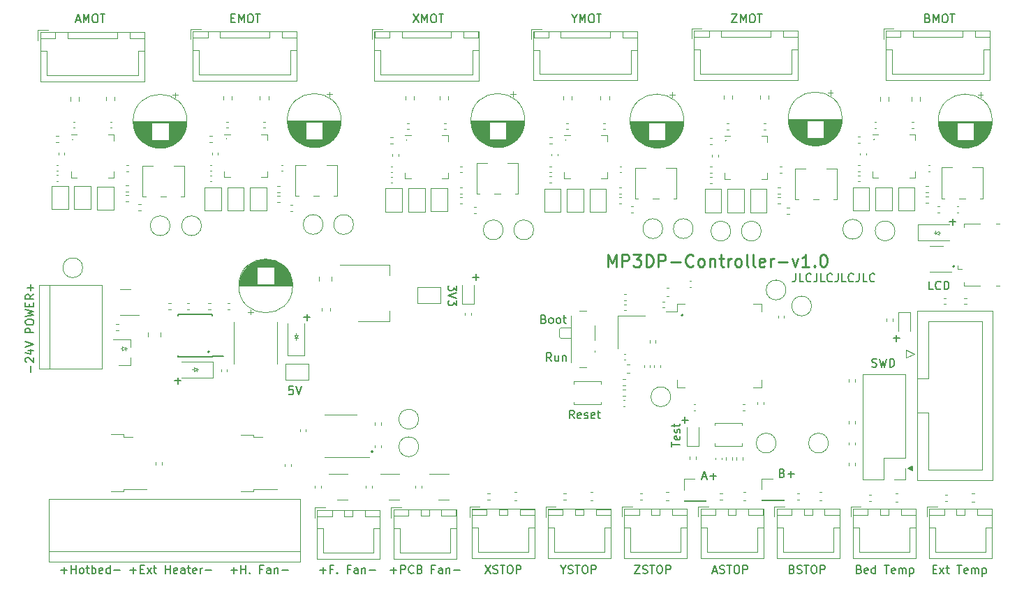
<source format=gbr>
%TF.GenerationSoftware,KiCad,Pcbnew,(6.0.0)*%
%TF.CreationDate,2022-02-28T19:19:02-05:00*%
%TF.ProjectId,MP3DP_Controller,4d503344-505f-4436-9f6e-74726f6c6c65,rev?*%
%TF.SameCoordinates,Original*%
%TF.FileFunction,Legend,Top*%
%TF.FilePolarity,Positive*%
%FSLAX46Y46*%
G04 Gerber Fmt 4.6, Leading zero omitted, Abs format (unit mm)*
G04 Created by KiCad (PCBNEW (6.0.0)) date 2022-02-28 19:19:02*
%MOMM*%
%LPD*%
G01*
G04 APERTURE LIST*
%ADD10C,0.150000*%
%ADD11C,0.250000*%
%ADD12C,0.100000*%
%ADD13C,0.110000*%
%ADD14C,0.200000*%
%ADD15C,0.120000*%
G04 APERTURE END LIST*
D10*
X119880952Y-56552380D02*
X119880952Y-57266666D01*
X119833333Y-57409523D01*
X119738095Y-57504761D01*
X119595238Y-57552380D01*
X119500000Y-57552380D01*
X120833333Y-57552380D02*
X120357142Y-57552380D01*
X120357142Y-56552380D01*
X121738095Y-57457142D02*
X121690476Y-57504761D01*
X121547619Y-57552380D01*
X121452380Y-57552380D01*
X121309523Y-57504761D01*
X121214285Y-57409523D01*
X121166666Y-57314285D01*
X121119047Y-57123809D01*
X121119047Y-56980952D01*
X121166666Y-56790476D01*
X121214285Y-56695238D01*
X121309523Y-56600000D01*
X121452380Y-56552380D01*
X121547619Y-56552380D01*
X121690476Y-56600000D01*
X121738095Y-56647619D01*
X122452380Y-56552380D02*
X122452380Y-57266666D01*
X122404761Y-57409523D01*
X122309523Y-57504761D01*
X122166666Y-57552380D01*
X122071428Y-57552380D01*
X123404761Y-57552380D02*
X122928571Y-57552380D01*
X122928571Y-56552380D01*
X124309523Y-57457142D02*
X124261904Y-57504761D01*
X124119047Y-57552380D01*
X124023809Y-57552380D01*
X123880952Y-57504761D01*
X123785714Y-57409523D01*
X123738095Y-57314285D01*
X123690476Y-57123809D01*
X123690476Y-56980952D01*
X123738095Y-56790476D01*
X123785714Y-56695238D01*
X123880952Y-56600000D01*
X124023809Y-56552380D01*
X124119047Y-56552380D01*
X124261904Y-56600000D01*
X124309523Y-56647619D01*
X125023809Y-56552380D02*
X125023809Y-57266666D01*
X124976190Y-57409523D01*
X124880952Y-57504761D01*
X124738095Y-57552380D01*
X124642857Y-57552380D01*
X125976190Y-57552380D02*
X125500000Y-57552380D01*
X125500000Y-56552380D01*
X126880952Y-57457142D02*
X126833333Y-57504761D01*
X126690476Y-57552380D01*
X126595238Y-57552380D01*
X126452380Y-57504761D01*
X126357142Y-57409523D01*
X126309523Y-57314285D01*
X126261904Y-57123809D01*
X126261904Y-56980952D01*
X126309523Y-56790476D01*
X126357142Y-56695238D01*
X126452380Y-56600000D01*
X126595238Y-56552380D01*
X126690476Y-56552380D01*
X126833333Y-56600000D01*
X126880952Y-56647619D01*
X127595238Y-56552380D02*
X127595238Y-57266666D01*
X127547619Y-57409523D01*
X127452380Y-57504761D01*
X127309523Y-57552380D01*
X127214285Y-57552380D01*
X128547619Y-57552380D02*
X128071428Y-57552380D01*
X128071428Y-56552380D01*
X129452380Y-57457142D02*
X129404761Y-57504761D01*
X129261904Y-57552380D01*
X129166666Y-57552380D01*
X129023809Y-57504761D01*
X128928571Y-57409523D01*
X128880952Y-57314285D01*
X128833333Y-57123809D01*
X128833333Y-56980952D01*
X128880952Y-56790476D01*
X128928571Y-56695238D01*
X129023809Y-56600000D01*
X129166666Y-56552380D01*
X129261904Y-56552380D01*
X129404761Y-56600000D01*
X129452380Y-56647619D01*
D11*
X97100000Y-55728571D02*
X97100000Y-54228571D01*
X97600000Y-55300000D01*
X98100000Y-54228571D01*
X98100000Y-55728571D01*
X98814285Y-55728571D02*
X98814285Y-54228571D01*
X99385714Y-54228571D01*
X99528571Y-54300000D01*
X99600000Y-54371428D01*
X99671428Y-54514285D01*
X99671428Y-54728571D01*
X99600000Y-54871428D01*
X99528571Y-54942857D01*
X99385714Y-55014285D01*
X98814285Y-55014285D01*
X100171428Y-54228571D02*
X101100000Y-54228571D01*
X100600000Y-54800000D01*
X100814285Y-54800000D01*
X100957142Y-54871428D01*
X101028571Y-54942857D01*
X101100000Y-55085714D01*
X101100000Y-55442857D01*
X101028571Y-55585714D01*
X100957142Y-55657142D01*
X100814285Y-55728571D01*
X100385714Y-55728571D01*
X100242857Y-55657142D01*
X100171428Y-55585714D01*
X101742857Y-55728571D02*
X101742857Y-54228571D01*
X102100000Y-54228571D01*
X102314285Y-54300000D01*
X102457142Y-54442857D01*
X102528571Y-54585714D01*
X102600000Y-54871428D01*
X102600000Y-55085714D01*
X102528571Y-55371428D01*
X102457142Y-55514285D01*
X102314285Y-55657142D01*
X102100000Y-55728571D01*
X101742857Y-55728571D01*
X103242857Y-55728571D02*
X103242857Y-54228571D01*
X103814285Y-54228571D01*
X103957142Y-54300000D01*
X104028571Y-54371428D01*
X104100000Y-54514285D01*
X104100000Y-54728571D01*
X104028571Y-54871428D01*
X103957142Y-54942857D01*
X103814285Y-55014285D01*
X103242857Y-55014285D01*
X104742857Y-55157142D02*
X105885714Y-55157142D01*
X107457142Y-55585714D02*
X107385714Y-55657142D01*
X107171428Y-55728571D01*
X107028571Y-55728571D01*
X106814285Y-55657142D01*
X106671428Y-55514285D01*
X106600000Y-55371428D01*
X106528571Y-55085714D01*
X106528571Y-54871428D01*
X106600000Y-54585714D01*
X106671428Y-54442857D01*
X106814285Y-54300000D01*
X107028571Y-54228571D01*
X107171428Y-54228571D01*
X107385714Y-54300000D01*
X107457142Y-54371428D01*
X108314285Y-55728571D02*
X108171428Y-55657142D01*
X108100000Y-55585714D01*
X108028571Y-55442857D01*
X108028571Y-55014285D01*
X108100000Y-54871428D01*
X108171428Y-54800000D01*
X108314285Y-54728571D01*
X108528571Y-54728571D01*
X108671428Y-54800000D01*
X108742857Y-54871428D01*
X108814285Y-55014285D01*
X108814285Y-55442857D01*
X108742857Y-55585714D01*
X108671428Y-55657142D01*
X108528571Y-55728571D01*
X108314285Y-55728571D01*
X109457142Y-54728571D02*
X109457142Y-55728571D01*
X109457142Y-54871428D02*
X109528571Y-54800000D01*
X109671428Y-54728571D01*
X109885714Y-54728571D01*
X110028571Y-54800000D01*
X110100000Y-54942857D01*
X110100000Y-55728571D01*
X110600000Y-54728571D02*
X111171428Y-54728571D01*
X110814285Y-54228571D02*
X110814285Y-55514285D01*
X110885714Y-55657142D01*
X111028571Y-55728571D01*
X111171428Y-55728571D01*
X111671428Y-55728571D02*
X111671428Y-54728571D01*
X111671428Y-55014285D02*
X111742857Y-54871428D01*
X111814285Y-54800000D01*
X111957142Y-54728571D01*
X112100000Y-54728571D01*
X112814285Y-55728571D02*
X112671428Y-55657142D01*
X112600000Y-55585714D01*
X112528571Y-55442857D01*
X112528571Y-55014285D01*
X112600000Y-54871428D01*
X112671428Y-54800000D01*
X112814285Y-54728571D01*
X113028571Y-54728571D01*
X113171428Y-54800000D01*
X113242857Y-54871428D01*
X113314285Y-55014285D01*
X113314285Y-55442857D01*
X113242857Y-55585714D01*
X113171428Y-55657142D01*
X113028571Y-55728571D01*
X112814285Y-55728571D01*
X114171428Y-55728571D02*
X114028571Y-55657142D01*
X113957142Y-55514285D01*
X113957142Y-54228571D01*
X114957142Y-55728571D02*
X114814285Y-55657142D01*
X114742857Y-55514285D01*
X114742857Y-54228571D01*
X116100000Y-55657142D02*
X115957142Y-55728571D01*
X115671428Y-55728571D01*
X115528571Y-55657142D01*
X115457142Y-55514285D01*
X115457142Y-54942857D01*
X115528571Y-54800000D01*
X115671428Y-54728571D01*
X115957142Y-54728571D01*
X116100000Y-54800000D01*
X116171428Y-54942857D01*
X116171428Y-55085714D01*
X115457142Y-55228571D01*
X116814285Y-55728571D02*
X116814285Y-54728571D01*
X116814285Y-55014285D02*
X116885714Y-54871428D01*
X116957142Y-54800000D01*
X117100000Y-54728571D01*
X117242857Y-54728571D01*
X117742857Y-55157142D02*
X118885714Y-55157142D01*
X119457142Y-54728571D02*
X119814285Y-55728571D01*
X120171428Y-54728571D01*
X121528571Y-55728571D02*
X120671428Y-55728571D01*
X121100000Y-55728571D02*
X121100000Y-54228571D01*
X120957142Y-54442857D01*
X120814285Y-54585714D01*
X120671428Y-54657142D01*
X122171428Y-55585714D02*
X122242857Y-55657142D01*
X122171428Y-55728571D01*
X122100000Y-55657142D01*
X122171428Y-55585714D01*
X122171428Y-55728571D01*
X123171428Y-54228571D02*
X123314285Y-54228571D01*
X123457142Y-54300000D01*
X123528571Y-54371428D01*
X123600000Y-54514285D01*
X123671428Y-54800000D01*
X123671428Y-55157142D01*
X123600000Y-55442857D01*
X123528571Y-55585714D01*
X123457142Y-55657142D01*
X123314285Y-55728571D01*
X123171428Y-55728571D01*
X123028571Y-55657142D01*
X122957142Y-55585714D01*
X122885714Y-55442857D01*
X122814285Y-55157142D01*
X122814285Y-54800000D01*
X122885714Y-54514285D01*
X122957142Y-54371428D01*
X123028571Y-54300000D01*
X123171428Y-54228571D01*
D12*
X137212500Y-51600000D02*
X137412500Y-51600000D01*
X137212500Y-51400000D02*
X136862500Y-51600000D01*
X136862500Y-51600000D02*
X137212500Y-51850000D01*
X136825000Y-51600000D02*
X136650000Y-51600000D01*
X136825000Y-51812500D02*
X136825000Y-51387500D01*
D13*
X137212500Y-51850000D02*
X137212500Y-51400000D01*
D12*
X59275000Y-64037500D02*
X59275000Y-63837500D01*
X59075000Y-64037500D02*
X59275000Y-64387500D01*
X59275000Y-64387500D02*
X59525000Y-64037500D01*
X59275000Y-64425000D02*
X59275000Y-64600000D01*
X59487500Y-64425000D02*
X59062500Y-64425000D01*
D13*
X59525000Y-64037500D02*
X59075000Y-64037500D01*
D12*
X46887500Y-68225000D02*
X46687500Y-68225000D01*
X46887500Y-68425000D02*
X47237500Y-68225000D01*
X47237500Y-68225000D02*
X46887500Y-67975000D01*
X47275000Y-68225000D02*
X47450000Y-68225000D01*
X47275000Y-68012500D02*
X47275000Y-68437500D01*
D13*
X46887500Y-67975000D02*
X46887500Y-68425000D01*
D12*
X38612500Y-65675000D02*
X38787500Y-65675000D01*
X38225000Y-65675000D02*
X38025000Y-65675000D01*
X38612500Y-65462500D02*
X38612500Y-65887500D01*
X38575000Y-65675000D02*
X38225000Y-65425000D01*
X38225000Y-65875000D02*
X38575000Y-65675000D01*
D13*
X38225000Y-65425000D02*
X38225000Y-65875000D01*
D14*
X106200000Y-61600000D02*
G75*
G03*
X106200000Y-61600000I-100000J0D01*
G01*
X111450000Y-40400000D02*
G75*
G03*
X111450000Y-40400000I-50000J0D01*
G01*
X92000000Y-40350000D02*
G75*
G03*
X92000000Y-40350000I-50000J0D01*
G01*
X32150000Y-40300000D02*
G75*
G03*
X32150000Y-40300000I-50000J0D01*
G01*
X50850000Y-40200000D02*
G75*
G03*
X50850000Y-40200000I-50000J0D01*
G01*
X68600000Y-78200000D02*
G75*
G03*
X68600000Y-78200000I-100000J0D01*
G01*
D10*
X134050000Y-80500000D02*
X133550000Y-80250000D01*
X133550000Y-80250000D02*
X134050000Y-79950000D01*
X134050000Y-79950000D02*
X134050000Y-80500000D01*
G36*
X134050000Y-80500000D02*
G01*
X133550000Y-80250000D01*
X134050000Y-79950000D01*
X134050000Y-80500000D01*
G37*
X134050000Y-80500000D02*
X133550000Y-80250000D01*
X134050000Y-79950000D01*
X134050000Y-80500000D01*
D14*
X48750000Y-66050000D02*
G75*
G03*
X48750000Y-66050000I-100000J0D01*
G01*
X129400000Y-40250000D02*
G75*
G03*
X129400000Y-40250000I-50000J0D01*
G01*
X139150000Y-55700000D02*
G75*
G03*
X139150000Y-55700000I-100000J0D01*
G01*
X72700000Y-40350000D02*
G75*
G03*
X72700000Y-40350000I-50000J0D01*
G01*
D10*
X93023809Y-25576190D02*
X93023809Y-26052380D01*
X92690476Y-25052380D02*
X93023809Y-25576190D01*
X93357142Y-25052380D01*
X93690476Y-26052380D02*
X93690476Y-25052380D01*
X94023809Y-25766666D01*
X94357142Y-25052380D01*
X94357142Y-26052380D01*
X95023809Y-25052380D02*
X95214285Y-25052380D01*
X95309523Y-25100000D01*
X95404761Y-25195238D01*
X95452380Y-25385714D01*
X95452380Y-25719047D01*
X95404761Y-25909523D01*
X95309523Y-26004761D01*
X95214285Y-26052380D01*
X95023809Y-26052380D01*
X94928571Y-26004761D01*
X94833333Y-25909523D01*
X94785714Y-25719047D01*
X94785714Y-25385714D01*
X94833333Y-25195238D01*
X94928571Y-25100000D01*
X95023809Y-25052380D01*
X95738095Y-25052380D02*
X96309523Y-25052380D01*
X96023809Y-26052380D02*
X96023809Y-25052380D01*
X131719047Y-64421428D02*
X132480952Y-64421428D01*
X132100000Y-64802380D02*
X132100000Y-64040476D01*
X51409523Y-25528571D02*
X51742857Y-25528571D01*
X51885714Y-26052380D02*
X51409523Y-26052380D01*
X51409523Y-25052380D01*
X51885714Y-25052380D01*
X52314285Y-26052380D02*
X52314285Y-25052380D01*
X52647619Y-25766666D01*
X52980952Y-25052380D01*
X52980952Y-26052380D01*
X53647619Y-25052380D02*
X53838095Y-25052380D01*
X53933333Y-25100000D01*
X54028571Y-25195238D01*
X54076190Y-25385714D01*
X54076190Y-25719047D01*
X54028571Y-25909523D01*
X53933333Y-26004761D01*
X53838095Y-26052380D01*
X53647619Y-26052380D01*
X53552380Y-26004761D01*
X53457142Y-25909523D01*
X53409523Y-25719047D01*
X53409523Y-25385714D01*
X53457142Y-25195238D01*
X53552380Y-25100000D01*
X53647619Y-25052380D01*
X54361904Y-25052380D02*
X54933333Y-25052380D01*
X54647619Y-26052380D02*
X54647619Y-25052380D01*
X82185714Y-92002380D02*
X82852380Y-93002380D01*
X82852380Y-92002380D02*
X82185714Y-93002380D01*
X83185714Y-92954761D02*
X83328571Y-93002380D01*
X83566666Y-93002380D01*
X83661904Y-92954761D01*
X83709523Y-92907142D01*
X83757142Y-92811904D01*
X83757142Y-92716666D01*
X83709523Y-92621428D01*
X83661904Y-92573809D01*
X83566666Y-92526190D01*
X83376190Y-92478571D01*
X83280952Y-92430952D01*
X83233333Y-92383333D01*
X83185714Y-92288095D01*
X83185714Y-92192857D01*
X83233333Y-92097619D01*
X83280952Y-92050000D01*
X83376190Y-92002380D01*
X83614285Y-92002380D01*
X83757142Y-92050000D01*
X84042857Y-92002380D02*
X84614285Y-92002380D01*
X84328571Y-93002380D02*
X84328571Y-92002380D01*
X85138095Y-92002380D02*
X85328571Y-92002380D01*
X85423809Y-92050000D01*
X85519047Y-92145238D01*
X85566666Y-92335714D01*
X85566666Y-92669047D01*
X85519047Y-92859523D01*
X85423809Y-92954761D01*
X85328571Y-93002380D01*
X85138095Y-93002380D01*
X85042857Y-92954761D01*
X84947619Y-92859523D01*
X84900000Y-92669047D01*
X84900000Y-92335714D01*
X84947619Y-92145238D01*
X85042857Y-92050000D01*
X85138095Y-92002380D01*
X85995238Y-93002380D02*
X85995238Y-92002380D01*
X86376190Y-92002380D01*
X86471428Y-92050000D01*
X86519047Y-92097619D01*
X86566666Y-92192857D01*
X86566666Y-92335714D01*
X86519047Y-92430952D01*
X86471428Y-92478571D01*
X86376190Y-92526190D01*
X85995238Y-92526190D01*
X136535714Y-92478571D02*
X136869047Y-92478571D01*
X137011904Y-93002380D02*
X136535714Y-93002380D01*
X136535714Y-92002380D01*
X137011904Y-92002380D01*
X137345238Y-93002380D02*
X137869047Y-92335714D01*
X137345238Y-92335714D02*
X137869047Y-93002380D01*
X138107142Y-92335714D02*
X138488095Y-92335714D01*
X138250000Y-92002380D02*
X138250000Y-92859523D01*
X138297619Y-92954761D01*
X138392857Y-93002380D01*
X138488095Y-93002380D01*
X139440476Y-92002380D02*
X140011904Y-92002380D01*
X139726190Y-93002380D02*
X139726190Y-92002380D01*
X140726190Y-92954761D02*
X140630952Y-93002380D01*
X140440476Y-93002380D01*
X140345238Y-92954761D01*
X140297619Y-92859523D01*
X140297619Y-92478571D01*
X140345238Y-92383333D01*
X140440476Y-92335714D01*
X140630952Y-92335714D01*
X140726190Y-92383333D01*
X140773809Y-92478571D01*
X140773809Y-92573809D01*
X140297619Y-92669047D01*
X141202380Y-93002380D02*
X141202380Y-92335714D01*
X141202380Y-92430952D02*
X141250000Y-92383333D01*
X141345238Y-92335714D01*
X141488095Y-92335714D01*
X141583333Y-92383333D01*
X141630952Y-92478571D01*
X141630952Y-93002380D01*
X141630952Y-92478571D02*
X141678571Y-92383333D01*
X141773809Y-92335714D01*
X141916666Y-92335714D01*
X142011904Y-92383333D01*
X142059523Y-92478571D01*
X142059523Y-93002380D01*
X142535714Y-92335714D02*
X142535714Y-93335714D01*
X142535714Y-92383333D02*
X142630952Y-92335714D01*
X142821428Y-92335714D01*
X142916666Y-92383333D01*
X142964285Y-92430952D01*
X143011904Y-92526190D01*
X143011904Y-92811904D01*
X142964285Y-92907142D01*
X142916666Y-92954761D01*
X142821428Y-93002380D01*
X142630952Y-93002380D01*
X142535714Y-92954761D01*
X89330952Y-62078571D02*
X89473809Y-62126190D01*
X89521428Y-62173809D01*
X89569047Y-62269047D01*
X89569047Y-62411904D01*
X89521428Y-62507142D01*
X89473809Y-62554761D01*
X89378571Y-62602380D01*
X88997619Y-62602380D01*
X88997619Y-61602380D01*
X89330952Y-61602380D01*
X89426190Y-61650000D01*
X89473809Y-61697619D01*
X89521428Y-61792857D01*
X89521428Y-61888095D01*
X89473809Y-61983333D01*
X89426190Y-62030952D01*
X89330952Y-62078571D01*
X88997619Y-62078571D01*
X90140476Y-62602380D02*
X90045238Y-62554761D01*
X89997619Y-62507142D01*
X89950000Y-62411904D01*
X89950000Y-62126190D01*
X89997619Y-62030952D01*
X90045238Y-61983333D01*
X90140476Y-61935714D01*
X90283333Y-61935714D01*
X90378571Y-61983333D01*
X90426190Y-62030952D01*
X90473809Y-62126190D01*
X90473809Y-62411904D01*
X90426190Y-62507142D01*
X90378571Y-62554761D01*
X90283333Y-62602380D01*
X90140476Y-62602380D01*
X91045238Y-62602380D02*
X90950000Y-62554761D01*
X90902380Y-62507142D01*
X90854761Y-62411904D01*
X90854761Y-62126190D01*
X90902380Y-62030952D01*
X90950000Y-61983333D01*
X91045238Y-61935714D01*
X91188095Y-61935714D01*
X91283333Y-61983333D01*
X91330952Y-62030952D01*
X91378571Y-62126190D01*
X91378571Y-62411904D01*
X91330952Y-62507142D01*
X91283333Y-62554761D01*
X91188095Y-62602380D01*
X91045238Y-62602380D01*
X91664285Y-61935714D02*
X92045238Y-61935714D01*
X91807142Y-61602380D02*
X91807142Y-62459523D01*
X91854761Y-62554761D01*
X91950000Y-62602380D01*
X92045238Y-62602380D01*
X106069047Y-74371428D02*
X106830952Y-74371428D01*
X106450000Y-74752380D02*
X106450000Y-73990476D01*
X51373809Y-92621428D02*
X52135714Y-92621428D01*
X51754761Y-93002380D02*
X51754761Y-92240476D01*
X52611904Y-93002380D02*
X52611904Y-92002380D01*
X52611904Y-92478571D02*
X53183333Y-92478571D01*
X53183333Y-93002380D02*
X53183333Y-92002380D01*
X53659523Y-92907142D02*
X53707142Y-92954761D01*
X53659523Y-93002380D01*
X53611904Y-92954761D01*
X53659523Y-92907142D01*
X53659523Y-93002380D01*
X55230952Y-92478571D02*
X54897619Y-92478571D01*
X54897619Y-93002380D02*
X54897619Y-92002380D01*
X55373809Y-92002380D01*
X56183333Y-93002380D02*
X56183333Y-92478571D01*
X56135714Y-92383333D01*
X56040476Y-92335714D01*
X55850000Y-92335714D01*
X55754761Y-92383333D01*
X56183333Y-92954761D02*
X56088095Y-93002380D01*
X55850000Y-93002380D01*
X55754761Y-92954761D01*
X55707142Y-92859523D01*
X55707142Y-92764285D01*
X55754761Y-92669047D01*
X55850000Y-92621428D01*
X56088095Y-92621428D01*
X56183333Y-92573809D01*
X56659523Y-92335714D02*
X56659523Y-93002380D01*
X56659523Y-92430952D02*
X56707142Y-92383333D01*
X56802380Y-92335714D01*
X56945238Y-92335714D01*
X57040476Y-92383333D01*
X57088095Y-92478571D01*
X57088095Y-93002380D01*
X57564285Y-92621428D02*
X58326190Y-92621428D01*
X90254761Y-67202380D02*
X89921428Y-66726190D01*
X89683333Y-67202380D02*
X89683333Y-66202380D01*
X90064285Y-66202380D01*
X90159523Y-66250000D01*
X90207142Y-66297619D01*
X90254761Y-66392857D01*
X90254761Y-66535714D01*
X90207142Y-66630952D01*
X90159523Y-66678571D01*
X90064285Y-66726190D01*
X89683333Y-66726190D01*
X91111904Y-66535714D02*
X91111904Y-67202380D01*
X90683333Y-66535714D02*
X90683333Y-67059523D01*
X90730952Y-67154761D01*
X90826190Y-67202380D01*
X90969047Y-67202380D01*
X91064285Y-67154761D01*
X91111904Y-67107142D01*
X91588095Y-66535714D02*
X91588095Y-67202380D01*
X91588095Y-66630952D02*
X91635714Y-66583333D01*
X91730952Y-66535714D01*
X91873809Y-66535714D01*
X91969047Y-66583333D01*
X92016666Y-66678571D01*
X92016666Y-67202380D01*
X39147619Y-92621428D02*
X39909523Y-92621428D01*
X39528571Y-93002380D02*
X39528571Y-92240476D01*
X40385714Y-92478571D02*
X40719047Y-92478571D01*
X40861904Y-93002380D02*
X40385714Y-93002380D01*
X40385714Y-92002380D01*
X40861904Y-92002380D01*
X41195238Y-93002380D02*
X41719047Y-92335714D01*
X41195238Y-92335714D02*
X41719047Y-93002380D01*
X41957142Y-92335714D02*
X42338095Y-92335714D01*
X42100000Y-92002380D02*
X42100000Y-92859523D01*
X42147619Y-92954761D01*
X42242857Y-93002380D01*
X42338095Y-93002380D01*
X43433333Y-93002380D02*
X43433333Y-92002380D01*
X43433333Y-92478571D02*
X44004761Y-92478571D01*
X44004761Y-93002380D02*
X44004761Y-92002380D01*
X44861904Y-92954761D02*
X44766666Y-93002380D01*
X44576190Y-93002380D01*
X44480952Y-92954761D01*
X44433333Y-92859523D01*
X44433333Y-92478571D01*
X44480952Y-92383333D01*
X44576190Y-92335714D01*
X44766666Y-92335714D01*
X44861904Y-92383333D01*
X44909523Y-92478571D01*
X44909523Y-92573809D01*
X44433333Y-92669047D01*
X45766666Y-93002380D02*
X45766666Y-92478571D01*
X45719047Y-92383333D01*
X45623809Y-92335714D01*
X45433333Y-92335714D01*
X45338095Y-92383333D01*
X45766666Y-92954761D02*
X45671428Y-93002380D01*
X45433333Y-93002380D01*
X45338095Y-92954761D01*
X45290476Y-92859523D01*
X45290476Y-92764285D01*
X45338095Y-92669047D01*
X45433333Y-92621428D01*
X45671428Y-92621428D01*
X45766666Y-92573809D01*
X46100000Y-92335714D02*
X46480952Y-92335714D01*
X46242857Y-92002380D02*
X46242857Y-92859523D01*
X46290476Y-92954761D01*
X46385714Y-93002380D01*
X46480952Y-93002380D01*
X47195238Y-92954761D02*
X47100000Y-93002380D01*
X46909523Y-93002380D01*
X46814285Y-92954761D01*
X46766666Y-92859523D01*
X46766666Y-92478571D01*
X46814285Y-92383333D01*
X46909523Y-92335714D01*
X47100000Y-92335714D01*
X47195238Y-92383333D01*
X47242857Y-92478571D01*
X47242857Y-92573809D01*
X46766666Y-92669047D01*
X47671428Y-93002380D02*
X47671428Y-92335714D01*
X47671428Y-92526190D02*
X47719047Y-92430952D01*
X47766666Y-92383333D01*
X47861904Y-92335714D01*
X47957142Y-92335714D01*
X48290476Y-92621428D02*
X49052380Y-92621428D01*
X58909523Y-70252380D02*
X58433333Y-70252380D01*
X58385714Y-70728571D01*
X58433333Y-70680952D01*
X58528571Y-70633333D01*
X58766666Y-70633333D01*
X58861904Y-70680952D01*
X58909523Y-70728571D01*
X58957142Y-70823809D01*
X58957142Y-71061904D01*
X58909523Y-71157142D01*
X58861904Y-71204761D01*
X58766666Y-71252380D01*
X58528571Y-71252380D01*
X58433333Y-71204761D01*
X58385714Y-71157142D01*
X59242857Y-70252380D02*
X59576190Y-71252380D01*
X59909523Y-70252380D01*
X93011904Y-74152380D02*
X92678571Y-73676190D01*
X92440476Y-74152380D02*
X92440476Y-73152380D01*
X92821428Y-73152380D01*
X92916666Y-73200000D01*
X92964285Y-73247619D01*
X93011904Y-73342857D01*
X93011904Y-73485714D01*
X92964285Y-73580952D01*
X92916666Y-73628571D01*
X92821428Y-73676190D01*
X92440476Y-73676190D01*
X93821428Y-74104761D02*
X93726190Y-74152380D01*
X93535714Y-74152380D01*
X93440476Y-74104761D01*
X93392857Y-74009523D01*
X93392857Y-73628571D01*
X93440476Y-73533333D01*
X93535714Y-73485714D01*
X93726190Y-73485714D01*
X93821428Y-73533333D01*
X93869047Y-73628571D01*
X93869047Y-73723809D01*
X93392857Y-73819047D01*
X94250000Y-74104761D02*
X94345238Y-74152380D01*
X94535714Y-74152380D01*
X94630952Y-74104761D01*
X94678571Y-74009523D01*
X94678571Y-73961904D01*
X94630952Y-73866666D01*
X94535714Y-73819047D01*
X94392857Y-73819047D01*
X94297619Y-73771428D01*
X94250000Y-73676190D01*
X94250000Y-73628571D01*
X94297619Y-73533333D01*
X94392857Y-73485714D01*
X94535714Y-73485714D01*
X94630952Y-73533333D01*
X95488095Y-74104761D02*
X95392857Y-74152380D01*
X95202380Y-74152380D01*
X95107142Y-74104761D01*
X95059523Y-74009523D01*
X95059523Y-73628571D01*
X95107142Y-73533333D01*
X95202380Y-73485714D01*
X95392857Y-73485714D01*
X95488095Y-73533333D01*
X95535714Y-73628571D01*
X95535714Y-73723809D01*
X95059523Y-73819047D01*
X95821428Y-73485714D02*
X96202380Y-73485714D01*
X95964285Y-73152380D02*
X95964285Y-74009523D01*
X96011904Y-74104761D01*
X96107142Y-74152380D01*
X96202380Y-74152380D01*
X27071428Y-68509523D02*
X27071428Y-67747619D01*
X26547619Y-67319047D02*
X26500000Y-67271428D01*
X26452380Y-67176190D01*
X26452380Y-66938095D01*
X26500000Y-66842857D01*
X26547619Y-66795238D01*
X26642857Y-66747619D01*
X26738095Y-66747619D01*
X26880952Y-66795238D01*
X27452380Y-67366666D01*
X27452380Y-66747619D01*
X26785714Y-65890476D02*
X27452380Y-65890476D01*
X26404761Y-66128571D02*
X27119047Y-66366666D01*
X27119047Y-65747619D01*
X26452380Y-65509523D02*
X27452380Y-65176190D01*
X26452380Y-64842857D01*
X27452380Y-63747619D02*
X26452380Y-63747619D01*
X26452380Y-63366666D01*
X26500000Y-63271428D01*
X26547619Y-63223809D01*
X26642857Y-63176190D01*
X26785714Y-63176190D01*
X26880952Y-63223809D01*
X26928571Y-63271428D01*
X26976190Y-63366666D01*
X26976190Y-63747619D01*
X26452380Y-62557142D02*
X26452380Y-62366666D01*
X26500000Y-62271428D01*
X26595238Y-62176190D01*
X26785714Y-62128571D01*
X27119047Y-62128571D01*
X27309523Y-62176190D01*
X27404761Y-62271428D01*
X27452380Y-62366666D01*
X27452380Y-62557142D01*
X27404761Y-62652380D01*
X27309523Y-62747619D01*
X27119047Y-62795238D01*
X26785714Y-62795238D01*
X26595238Y-62747619D01*
X26500000Y-62652380D01*
X26452380Y-62557142D01*
X26452380Y-61795238D02*
X27452380Y-61557142D01*
X26738095Y-61366666D01*
X27452380Y-61176190D01*
X26452380Y-60938095D01*
X26928571Y-60557142D02*
X26928571Y-60223809D01*
X27452380Y-60080952D02*
X27452380Y-60557142D01*
X26452380Y-60557142D01*
X26452380Y-60080952D01*
X27452380Y-59080952D02*
X26976190Y-59414285D01*
X27452380Y-59652380D02*
X26452380Y-59652380D01*
X26452380Y-59271428D01*
X26500000Y-59176190D01*
X26547619Y-59128571D01*
X26642857Y-59080952D01*
X26785714Y-59080952D01*
X26880952Y-59128571D01*
X26928571Y-59176190D01*
X26976190Y-59271428D01*
X26976190Y-59652380D01*
X27071428Y-58652380D02*
X27071428Y-57890476D01*
X27452380Y-58271428D02*
X26690476Y-58271428D01*
X104852380Y-77604761D02*
X104852380Y-77033333D01*
X105852380Y-77319047D02*
X104852380Y-77319047D01*
X105804761Y-76319047D02*
X105852380Y-76414285D01*
X105852380Y-76604761D01*
X105804761Y-76700000D01*
X105709523Y-76747619D01*
X105328571Y-76747619D01*
X105233333Y-76700000D01*
X105185714Y-76604761D01*
X105185714Y-76414285D01*
X105233333Y-76319047D01*
X105328571Y-76271428D01*
X105423809Y-76271428D01*
X105519047Y-76747619D01*
X105804761Y-75890476D02*
X105852380Y-75795238D01*
X105852380Y-75604761D01*
X105804761Y-75509523D01*
X105709523Y-75461904D01*
X105661904Y-75461904D01*
X105566666Y-75509523D01*
X105519047Y-75604761D01*
X105519047Y-75747619D01*
X105471428Y-75842857D01*
X105376190Y-75890476D01*
X105328571Y-75890476D01*
X105233333Y-75842857D01*
X105185714Y-75747619D01*
X105185714Y-75604761D01*
X105233333Y-75509523D01*
X105185714Y-75176190D02*
X105185714Y-74795238D01*
X104852380Y-75033333D02*
X105709523Y-75033333D01*
X105804761Y-74985714D01*
X105852380Y-74890476D01*
X105852380Y-74795238D01*
X108592857Y-81266666D02*
X109069047Y-81266666D01*
X108497619Y-81552380D02*
X108830952Y-80552380D01*
X109164285Y-81552380D01*
X109497619Y-81171428D02*
X110259523Y-81171428D01*
X109878571Y-81552380D02*
X109878571Y-80790476D01*
X73490476Y-25052380D02*
X74157142Y-26052380D01*
X74157142Y-25052380D02*
X73490476Y-26052380D01*
X74538095Y-26052380D02*
X74538095Y-25052380D01*
X74871428Y-25766666D01*
X75204761Y-25052380D01*
X75204761Y-26052380D01*
X75871428Y-25052380D02*
X76061904Y-25052380D01*
X76157142Y-25100000D01*
X76252380Y-25195238D01*
X76300000Y-25385714D01*
X76300000Y-25719047D01*
X76252380Y-25909523D01*
X76157142Y-26004761D01*
X76061904Y-26052380D01*
X75871428Y-26052380D01*
X75776190Y-26004761D01*
X75680952Y-25909523D01*
X75633333Y-25719047D01*
X75633333Y-25385714D01*
X75680952Y-25195238D01*
X75776190Y-25100000D01*
X75871428Y-25052380D01*
X76585714Y-25052380D02*
X77157142Y-25052380D01*
X76871428Y-26052380D02*
X76871428Y-25052380D01*
X44569047Y-69571428D02*
X45330952Y-69571428D01*
X44950000Y-69952380D02*
X44950000Y-69190476D01*
X118252380Y-80778571D02*
X118395238Y-80826190D01*
X118442857Y-80873809D01*
X118490476Y-80969047D01*
X118490476Y-81111904D01*
X118442857Y-81207142D01*
X118395238Y-81254761D01*
X118300000Y-81302380D01*
X117919047Y-81302380D01*
X117919047Y-80302380D01*
X118252380Y-80302380D01*
X118347619Y-80350000D01*
X118395238Y-80397619D01*
X118442857Y-80492857D01*
X118442857Y-80588095D01*
X118395238Y-80683333D01*
X118347619Y-80730952D01*
X118252380Y-80778571D01*
X117919047Y-80778571D01*
X118919047Y-80921428D02*
X119680952Y-80921428D01*
X119300000Y-81302380D02*
X119300000Y-80540476D01*
X91669047Y-92526190D02*
X91669047Y-93002380D01*
X91335714Y-92002380D02*
X91669047Y-92526190D01*
X92002380Y-92002380D01*
X92288095Y-92954761D02*
X92430952Y-93002380D01*
X92669047Y-93002380D01*
X92764285Y-92954761D01*
X92811904Y-92907142D01*
X92859523Y-92811904D01*
X92859523Y-92716666D01*
X92811904Y-92621428D01*
X92764285Y-92573809D01*
X92669047Y-92526190D01*
X92478571Y-92478571D01*
X92383333Y-92430952D01*
X92335714Y-92383333D01*
X92288095Y-92288095D01*
X92288095Y-92192857D01*
X92335714Y-92097619D01*
X92383333Y-92050000D01*
X92478571Y-92002380D01*
X92716666Y-92002380D01*
X92859523Y-92050000D01*
X93145238Y-92002380D02*
X93716666Y-92002380D01*
X93430952Y-93002380D02*
X93430952Y-92002380D01*
X94240476Y-92002380D02*
X94430952Y-92002380D01*
X94526190Y-92050000D01*
X94621428Y-92145238D01*
X94669047Y-92335714D01*
X94669047Y-92669047D01*
X94621428Y-92859523D01*
X94526190Y-92954761D01*
X94430952Y-93002380D01*
X94240476Y-93002380D01*
X94145238Y-92954761D01*
X94050000Y-92859523D01*
X94002380Y-92669047D01*
X94002380Y-92335714D01*
X94050000Y-92145238D01*
X94145238Y-92050000D01*
X94240476Y-92002380D01*
X95097619Y-93002380D02*
X95097619Y-92002380D01*
X95478571Y-92002380D01*
X95573809Y-92050000D01*
X95621428Y-92097619D01*
X95669047Y-92192857D01*
X95669047Y-92335714D01*
X95621428Y-92430952D01*
X95573809Y-92478571D01*
X95478571Y-92526190D01*
X95097619Y-92526190D01*
X109830952Y-92716666D02*
X110307142Y-92716666D01*
X109735714Y-93002380D02*
X110069047Y-92002380D01*
X110402380Y-93002380D01*
X110688095Y-92954761D02*
X110830952Y-93002380D01*
X111069047Y-93002380D01*
X111164285Y-92954761D01*
X111211904Y-92907142D01*
X111259523Y-92811904D01*
X111259523Y-92716666D01*
X111211904Y-92621428D01*
X111164285Y-92573809D01*
X111069047Y-92526190D01*
X110878571Y-92478571D01*
X110783333Y-92430952D01*
X110735714Y-92383333D01*
X110688095Y-92288095D01*
X110688095Y-92192857D01*
X110735714Y-92097619D01*
X110783333Y-92050000D01*
X110878571Y-92002380D01*
X111116666Y-92002380D01*
X111259523Y-92050000D01*
X111545238Y-92002380D02*
X112116666Y-92002380D01*
X111830952Y-93002380D02*
X111830952Y-92002380D01*
X112640476Y-92002380D02*
X112830952Y-92002380D01*
X112926190Y-92050000D01*
X113021428Y-92145238D01*
X113069047Y-92335714D01*
X113069047Y-92669047D01*
X113021428Y-92859523D01*
X112926190Y-92954761D01*
X112830952Y-93002380D01*
X112640476Y-93002380D01*
X112545238Y-92954761D01*
X112450000Y-92859523D01*
X112402380Y-92669047D01*
X112402380Y-92335714D01*
X112450000Y-92145238D01*
X112545238Y-92050000D01*
X112640476Y-92002380D01*
X113497619Y-93002380D02*
X113497619Y-92002380D01*
X113878571Y-92002380D01*
X113973809Y-92050000D01*
X114021428Y-92097619D01*
X114069047Y-92192857D01*
X114069047Y-92335714D01*
X114021428Y-92430952D01*
X113973809Y-92478571D01*
X113878571Y-92526190D01*
X113497619Y-92526190D01*
X30754761Y-92621428D02*
X31516666Y-92621428D01*
X31135714Y-93002380D02*
X31135714Y-92240476D01*
X31992857Y-93002380D02*
X31992857Y-92002380D01*
X31992857Y-92478571D02*
X32564285Y-92478571D01*
X32564285Y-93002380D02*
X32564285Y-92002380D01*
X33183333Y-93002380D02*
X33088095Y-92954761D01*
X33040476Y-92907142D01*
X32992857Y-92811904D01*
X32992857Y-92526190D01*
X33040476Y-92430952D01*
X33088095Y-92383333D01*
X33183333Y-92335714D01*
X33326190Y-92335714D01*
X33421428Y-92383333D01*
X33469047Y-92430952D01*
X33516666Y-92526190D01*
X33516666Y-92811904D01*
X33469047Y-92907142D01*
X33421428Y-92954761D01*
X33326190Y-93002380D01*
X33183333Y-93002380D01*
X33802380Y-92335714D02*
X34183333Y-92335714D01*
X33945238Y-92002380D02*
X33945238Y-92859523D01*
X33992857Y-92954761D01*
X34088095Y-93002380D01*
X34183333Y-93002380D01*
X34516666Y-93002380D02*
X34516666Y-92002380D01*
X34516666Y-92383333D02*
X34611904Y-92335714D01*
X34802380Y-92335714D01*
X34897619Y-92383333D01*
X34945238Y-92430952D01*
X34992857Y-92526190D01*
X34992857Y-92811904D01*
X34945238Y-92907142D01*
X34897619Y-92954761D01*
X34802380Y-93002380D01*
X34611904Y-93002380D01*
X34516666Y-92954761D01*
X35802380Y-92954761D02*
X35707142Y-93002380D01*
X35516666Y-93002380D01*
X35421428Y-92954761D01*
X35373809Y-92859523D01*
X35373809Y-92478571D01*
X35421428Y-92383333D01*
X35516666Y-92335714D01*
X35707142Y-92335714D01*
X35802380Y-92383333D01*
X35850000Y-92478571D01*
X35850000Y-92573809D01*
X35373809Y-92669047D01*
X36707142Y-93002380D02*
X36707142Y-92002380D01*
X36707142Y-92954761D02*
X36611904Y-93002380D01*
X36421428Y-93002380D01*
X36326190Y-92954761D01*
X36278571Y-92907142D01*
X36230952Y-92811904D01*
X36230952Y-92526190D01*
X36278571Y-92430952D01*
X36326190Y-92383333D01*
X36421428Y-92335714D01*
X36611904Y-92335714D01*
X36707142Y-92383333D01*
X37183333Y-92621428D02*
X37945238Y-92621428D01*
X127580952Y-92478571D02*
X127723809Y-92526190D01*
X127771428Y-92573809D01*
X127819047Y-92669047D01*
X127819047Y-92811904D01*
X127771428Y-92907142D01*
X127723809Y-92954761D01*
X127628571Y-93002380D01*
X127247619Y-93002380D01*
X127247619Y-92002380D01*
X127580952Y-92002380D01*
X127676190Y-92050000D01*
X127723809Y-92097619D01*
X127771428Y-92192857D01*
X127771428Y-92288095D01*
X127723809Y-92383333D01*
X127676190Y-92430952D01*
X127580952Y-92478571D01*
X127247619Y-92478571D01*
X128628571Y-92954761D02*
X128533333Y-93002380D01*
X128342857Y-93002380D01*
X128247619Y-92954761D01*
X128200000Y-92859523D01*
X128200000Y-92478571D01*
X128247619Y-92383333D01*
X128342857Y-92335714D01*
X128533333Y-92335714D01*
X128628571Y-92383333D01*
X128676190Y-92478571D01*
X128676190Y-92573809D01*
X128200000Y-92669047D01*
X129533333Y-93002380D02*
X129533333Y-92002380D01*
X129533333Y-92954761D02*
X129438095Y-93002380D01*
X129247619Y-93002380D01*
X129152380Y-92954761D01*
X129104761Y-92907142D01*
X129057142Y-92811904D01*
X129057142Y-92526190D01*
X129104761Y-92430952D01*
X129152380Y-92383333D01*
X129247619Y-92335714D01*
X129438095Y-92335714D01*
X129533333Y-92383333D01*
X130628571Y-92002380D02*
X131200000Y-92002380D01*
X130914285Y-93002380D02*
X130914285Y-92002380D01*
X131914285Y-92954761D02*
X131819047Y-93002380D01*
X131628571Y-93002380D01*
X131533333Y-92954761D01*
X131485714Y-92859523D01*
X131485714Y-92478571D01*
X131533333Y-92383333D01*
X131628571Y-92335714D01*
X131819047Y-92335714D01*
X131914285Y-92383333D01*
X131961904Y-92478571D01*
X131961904Y-92573809D01*
X131485714Y-92669047D01*
X132390476Y-93002380D02*
X132390476Y-92335714D01*
X132390476Y-92430952D02*
X132438095Y-92383333D01*
X132533333Y-92335714D01*
X132676190Y-92335714D01*
X132771428Y-92383333D01*
X132819047Y-92478571D01*
X132819047Y-93002380D01*
X132819047Y-92478571D02*
X132866666Y-92383333D01*
X132961904Y-92335714D01*
X133104761Y-92335714D01*
X133200000Y-92383333D01*
X133247619Y-92478571D01*
X133247619Y-93002380D01*
X133723809Y-92335714D02*
X133723809Y-93335714D01*
X133723809Y-92383333D02*
X133819047Y-92335714D01*
X134009523Y-92335714D01*
X134104761Y-92383333D01*
X134152380Y-92430952D01*
X134200000Y-92526190D01*
X134200000Y-92811904D01*
X134152380Y-92907142D01*
X134104761Y-92954761D01*
X134009523Y-93002380D01*
X133819047Y-93002380D01*
X133723809Y-92954761D01*
X129142857Y-67854761D02*
X129285714Y-67902380D01*
X129523809Y-67902380D01*
X129619047Y-67854761D01*
X129666666Y-67807142D01*
X129714285Y-67711904D01*
X129714285Y-67616666D01*
X129666666Y-67521428D01*
X129619047Y-67473809D01*
X129523809Y-67426190D01*
X129333333Y-67378571D01*
X129238095Y-67330952D01*
X129190476Y-67283333D01*
X129142857Y-67188095D01*
X129142857Y-67092857D01*
X129190476Y-66997619D01*
X129238095Y-66950000D01*
X129333333Y-66902380D01*
X129571428Y-66902380D01*
X129714285Y-66950000D01*
X130047619Y-66902380D02*
X130285714Y-67902380D01*
X130476190Y-67188095D01*
X130666666Y-67902380D01*
X130904761Y-66902380D01*
X131285714Y-67902380D02*
X131285714Y-66902380D01*
X131523809Y-66902380D01*
X131666666Y-66950000D01*
X131761904Y-67045238D01*
X131809523Y-67140476D01*
X131857142Y-67330952D01*
X131857142Y-67473809D01*
X131809523Y-67664285D01*
X131761904Y-67759523D01*
X131666666Y-67854761D01*
X131523809Y-67902380D01*
X131285714Y-67902380D01*
X112140476Y-25052380D02*
X112807142Y-25052380D01*
X112140476Y-26052380D01*
X112807142Y-26052380D01*
X113188095Y-26052380D02*
X113188095Y-25052380D01*
X113521428Y-25766666D01*
X113854761Y-25052380D01*
X113854761Y-26052380D01*
X114521428Y-25052380D02*
X114711904Y-25052380D01*
X114807142Y-25100000D01*
X114902380Y-25195238D01*
X114950000Y-25385714D01*
X114950000Y-25719047D01*
X114902380Y-25909523D01*
X114807142Y-26004761D01*
X114711904Y-26052380D01*
X114521428Y-26052380D01*
X114426190Y-26004761D01*
X114330952Y-25909523D01*
X114283333Y-25719047D01*
X114283333Y-25385714D01*
X114330952Y-25195238D01*
X114426190Y-25100000D01*
X114521428Y-25052380D01*
X115235714Y-25052380D02*
X115807142Y-25052380D01*
X115521428Y-26052380D02*
X115521428Y-25052380D01*
X119440476Y-92478571D02*
X119583333Y-92526190D01*
X119630952Y-92573809D01*
X119678571Y-92669047D01*
X119678571Y-92811904D01*
X119630952Y-92907142D01*
X119583333Y-92954761D01*
X119488095Y-93002380D01*
X119107142Y-93002380D01*
X119107142Y-92002380D01*
X119440476Y-92002380D01*
X119535714Y-92050000D01*
X119583333Y-92097619D01*
X119630952Y-92192857D01*
X119630952Y-92288095D01*
X119583333Y-92383333D01*
X119535714Y-92430952D01*
X119440476Y-92478571D01*
X119107142Y-92478571D01*
X120059523Y-92954761D02*
X120202380Y-93002380D01*
X120440476Y-93002380D01*
X120535714Y-92954761D01*
X120583333Y-92907142D01*
X120630952Y-92811904D01*
X120630952Y-92716666D01*
X120583333Y-92621428D01*
X120535714Y-92573809D01*
X120440476Y-92526190D01*
X120250000Y-92478571D01*
X120154761Y-92430952D01*
X120107142Y-92383333D01*
X120059523Y-92288095D01*
X120059523Y-92192857D01*
X120107142Y-92097619D01*
X120154761Y-92050000D01*
X120250000Y-92002380D01*
X120488095Y-92002380D01*
X120630952Y-92050000D01*
X120916666Y-92002380D02*
X121488095Y-92002380D01*
X121202380Y-93002380D02*
X121202380Y-92002380D01*
X122011904Y-92002380D02*
X122202380Y-92002380D01*
X122297619Y-92050000D01*
X122392857Y-92145238D01*
X122440476Y-92335714D01*
X122440476Y-92669047D01*
X122392857Y-92859523D01*
X122297619Y-92954761D01*
X122202380Y-93002380D01*
X122011904Y-93002380D01*
X121916666Y-92954761D01*
X121821428Y-92859523D01*
X121773809Y-92669047D01*
X121773809Y-92335714D01*
X121821428Y-92145238D01*
X121916666Y-92050000D01*
X122011904Y-92002380D01*
X122869047Y-93002380D02*
X122869047Y-92002380D01*
X123250000Y-92002380D01*
X123345238Y-92050000D01*
X123392857Y-92097619D01*
X123440476Y-92192857D01*
X123440476Y-92335714D01*
X123392857Y-92430952D01*
X123345238Y-92478571D01*
X123250000Y-92526190D01*
X122869047Y-92526190D01*
X78747619Y-58011904D02*
X78747619Y-58630952D01*
X78366666Y-58297619D01*
X78366666Y-58440476D01*
X78319047Y-58535714D01*
X78271428Y-58583333D01*
X78176190Y-58630952D01*
X77938095Y-58630952D01*
X77842857Y-58583333D01*
X77795238Y-58535714D01*
X77747619Y-58440476D01*
X77747619Y-58154761D01*
X77795238Y-58059523D01*
X77842857Y-58011904D01*
X78747619Y-58916666D02*
X77747619Y-59250000D01*
X78747619Y-59583333D01*
X78747619Y-59821428D02*
X78747619Y-60440476D01*
X78366666Y-60107142D01*
X78366666Y-60250000D01*
X78319047Y-60345238D01*
X78271428Y-60392857D01*
X78176190Y-60440476D01*
X77938095Y-60440476D01*
X77842857Y-60392857D01*
X77795238Y-60345238D01*
X77747619Y-60250000D01*
X77747619Y-59964285D01*
X77795238Y-59869047D01*
X77842857Y-59821428D01*
X138519047Y-50271428D02*
X139280952Y-50271428D01*
X138900000Y-50652380D02*
X138900000Y-49890476D01*
X80719047Y-57021428D02*
X81480952Y-57021428D01*
X81100000Y-57402380D02*
X81100000Y-56640476D01*
X70735714Y-92621428D02*
X71497619Y-92621428D01*
X71116666Y-93002380D02*
X71116666Y-92240476D01*
X71973809Y-93002380D02*
X71973809Y-92002380D01*
X72354761Y-92002380D01*
X72450000Y-92050000D01*
X72497619Y-92097619D01*
X72545238Y-92192857D01*
X72545238Y-92335714D01*
X72497619Y-92430952D01*
X72450000Y-92478571D01*
X72354761Y-92526190D01*
X71973809Y-92526190D01*
X73545238Y-92907142D02*
X73497619Y-92954761D01*
X73354761Y-93002380D01*
X73259523Y-93002380D01*
X73116666Y-92954761D01*
X73021428Y-92859523D01*
X72973809Y-92764285D01*
X72926190Y-92573809D01*
X72926190Y-92430952D01*
X72973809Y-92240476D01*
X73021428Y-92145238D01*
X73116666Y-92050000D01*
X73259523Y-92002380D01*
X73354761Y-92002380D01*
X73497619Y-92050000D01*
X73545238Y-92097619D01*
X74307142Y-92478571D02*
X74450000Y-92526190D01*
X74497619Y-92573809D01*
X74545238Y-92669047D01*
X74545238Y-92811904D01*
X74497619Y-92907142D01*
X74450000Y-92954761D01*
X74354761Y-93002380D01*
X73973809Y-93002380D01*
X73973809Y-92002380D01*
X74307142Y-92002380D01*
X74402380Y-92050000D01*
X74450000Y-92097619D01*
X74497619Y-92192857D01*
X74497619Y-92288095D01*
X74450000Y-92383333D01*
X74402380Y-92430952D01*
X74307142Y-92478571D01*
X73973809Y-92478571D01*
X76069047Y-92478571D02*
X75735714Y-92478571D01*
X75735714Y-93002380D02*
X75735714Y-92002380D01*
X76211904Y-92002380D01*
X77021428Y-93002380D02*
X77021428Y-92478571D01*
X76973809Y-92383333D01*
X76878571Y-92335714D01*
X76688095Y-92335714D01*
X76592857Y-92383333D01*
X77021428Y-92954761D02*
X76926190Y-93002380D01*
X76688095Y-93002380D01*
X76592857Y-92954761D01*
X76545238Y-92859523D01*
X76545238Y-92764285D01*
X76592857Y-92669047D01*
X76688095Y-92621428D01*
X76926190Y-92621428D01*
X77021428Y-92573809D01*
X77497619Y-92335714D02*
X77497619Y-93002380D01*
X77497619Y-92430952D02*
X77545238Y-92383333D01*
X77640476Y-92335714D01*
X77783333Y-92335714D01*
X77878571Y-92383333D01*
X77926190Y-92478571D01*
X77926190Y-93002380D01*
X78402380Y-92621428D02*
X79164285Y-92621428D01*
X62169047Y-92621428D02*
X62930952Y-92621428D01*
X62550000Y-93002380D02*
X62550000Y-92240476D01*
X63740476Y-92478571D02*
X63407142Y-92478571D01*
X63407142Y-93002380D02*
X63407142Y-92002380D01*
X63883333Y-92002380D01*
X64264285Y-92907142D02*
X64311904Y-92954761D01*
X64264285Y-93002380D01*
X64216666Y-92954761D01*
X64264285Y-92907142D01*
X64264285Y-93002380D01*
X65835714Y-92478571D02*
X65502380Y-92478571D01*
X65502380Y-93002380D02*
X65502380Y-92002380D01*
X65978571Y-92002380D01*
X66788095Y-93002380D02*
X66788095Y-92478571D01*
X66740476Y-92383333D01*
X66645238Y-92335714D01*
X66454761Y-92335714D01*
X66359523Y-92383333D01*
X66788095Y-92954761D02*
X66692857Y-93002380D01*
X66454761Y-93002380D01*
X66359523Y-92954761D01*
X66311904Y-92859523D01*
X66311904Y-92764285D01*
X66359523Y-92669047D01*
X66454761Y-92621428D01*
X66692857Y-92621428D01*
X66788095Y-92573809D01*
X67264285Y-92335714D02*
X67264285Y-93002380D01*
X67264285Y-92430952D02*
X67311904Y-92383333D01*
X67407142Y-92335714D01*
X67550000Y-92335714D01*
X67645238Y-92383333D01*
X67692857Y-92478571D01*
X67692857Y-93002380D01*
X68169047Y-92621428D02*
X68930952Y-92621428D01*
X60219047Y-61871428D02*
X60980952Y-61871428D01*
X60600000Y-62252380D02*
X60600000Y-61490476D01*
X135895238Y-25528571D02*
X136038095Y-25576190D01*
X136085714Y-25623809D01*
X136133333Y-25719047D01*
X136133333Y-25861904D01*
X136085714Y-25957142D01*
X136038095Y-26004761D01*
X135942857Y-26052380D01*
X135561904Y-26052380D01*
X135561904Y-25052380D01*
X135895238Y-25052380D01*
X135990476Y-25100000D01*
X136038095Y-25147619D01*
X136085714Y-25242857D01*
X136085714Y-25338095D01*
X136038095Y-25433333D01*
X135990476Y-25480952D01*
X135895238Y-25528571D01*
X135561904Y-25528571D01*
X136561904Y-26052380D02*
X136561904Y-25052380D01*
X136895238Y-25766666D01*
X137228571Y-25052380D01*
X137228571Y-26052380D01*
X137895238Y-25052380D02*
X138085714Y-25052380D01*
X138180952Y-25100000D01*
X138276190Y-25195238D01*
X138323809Y-25385714D01*
X138323809Y-25719047D01*
X138276190Y-25909523D01*
X138180952Y-26004761D01*
X138085714Y-26052380D01*
X137895238Y-26052380D01*
X137800000Y-26004761D01*
X137704761Y-25909523D01*
X137657142Y-25719047D01*
X137657142Y-25385714D01*
X137704761Y-25195238D01*
X137800000Y-25100000D01*
X137895238Y-25052380D01*
X138609523Y-25052380D02*
X139180952Y-25052380D01*
X138895238Y-26052380D02*
X138895238Y-25052380D01*
X100335714Y-92002380D02*
X101002380Y-92002380D01*
X100335714Y-93002380D01*
X101002380Y-93002380D01*
X101335714Y-92954761D02*
X101478571Y-93002380D01*
X101716666Y-93002380D01*
X101811904Y-92954761D01*
X101859523Y-92907142D01*
X101907142Y-92811904D01*
X101907142Y-92716666D01*
X101859523Y-92621428D01*
X101811904Y-92573809D01*
X101716666Y-92526190D01*
X101526190Y-92478571D01*
X101430952Y-92430952D01*
X101383333Y-92383333D01*
X101335714Y-92288095D01*
X101335714Y-92192857D01*
X101383333Y-92097619D01*
X101430952Y-92050000D01*
X101526190Y-92002380D01*
X101764285Y-92002380D01*
X101907142Y-92050000D01*
X102192857Y-92002380D02*
X102764285Y-92002380D01*
X102478571Y-93002380D02*
X102478571Y-92002380D01*
X103288095Y-92002380D02*
X103478571Y-92002380D01*
X103573809Y-92050000D01*
X103669047Y-92145238D01*
X103716666Y-92335714D01*
X103716666Y-92669047D01*
X103669047Y-92859523D01*
X103573809Y-92954761D01*
X103478571Y-93002380D01*
X103288095Y-93002380D01*
X103192857Y-92954761D01*
X103097619Y-92859523D01*
X103050000Y-92669047D01*
X103050000Y-92335714D01*
X103097619Y-92145238D01*
X103192857Y-92050000D01*
X103288095Y-92002380D01*
X104145238Y-93002380D02*
X104145238Y-92002380D01*
X104526190Y-92002380D01*
X104621428Y-92050000D01*
X104669047Y-92097619D01*
X104716666Y-92192857D01*
X104716666Y-92335714D01*
X104669047Y-92430952D01*
X104621428Y-92478571D01*
X104526190Y-92526190D01*
X104145238Y-92526190D01*
X136559523Y-58502380D02*
X136083333Y-58502380D01*
X136083333Y-57502380D01*
X137464285Y-58407142D02*
X137416666Y-58454761D01*
X137273809Y-58502380D01*
X137178571Y-58502380D01*
X137035714Y-58454761D01*
X136940476Y-58359523D01*
X136892857Y-58264285D01*
X136845238Y-58073809D01*
X136845238Y-57930952D01*
X136892857Y-57740476D01*
X136940476Y-57645238D01*
X137035714Y-57550000D01*
X137178571Y-57502380D01*
X137273809Y-57502380D01*
X137416666Y-57550000D01*
X137464285Y-57597619D01*
X137892857Y-58502380D02*
X137892857Y-57502380D01*
X138130952Y-57502380D01*
X138273809Y-57550000D01*
X138369047Y-57645238D01*
X138416666Y-57740476D01*
X138464285Y-57930952D01*
X138464285Y-58073809D01*
X138416666Y-58264285D01*
X138369047Y-58359523D01*
X138273809Y-58454761D01*
X138130952Y-58502380D01*
X137892857Y-58502380D01*
X32585714Y-25766666D02*
X33061904Y-25766666D01*
X32490476Y-26052380D02*
X32823809Y-25052380D01*
X33157142Y-26052380D01*
X33490476Y-26052380D02*
X33490476Y-25052380D01*
X33823809Y-25766666D01*
X34157142Y-25052380D01*
X34157142Y-26052380D01*
X34823809Y-25052380D02*
X35014285Y-25052380D01*
X35109523Y-25100000D01*
X35204761Y-25195238D01*
X35252380Y-25385714D01*
X35252380Y-25719047D01*
X35204761Y-25909523D01*
X35109523Y-26004761D01*
X35014285Y-26052380D01*
X34823809Y-26052380D01*
X34728571Y-26004761D01*
X34633333Y-25909523D01*
X34585714Y-25719047D01*
X34585714Y-25385714D01*
X34633333Y-25195238D01*
X34728571Y-25100000D01*
X34823809Y-25052380D01*
X35538095Y-25052380D02*
X36109523Y-25052380D01*
X35823809Y-26052380D02*
X35823809Y-25052380D01*
D15*
%TO.C,C2*%
X107205336Y-58185000D02*
X106989664Y-58185000D01*
X107205336Y-57465000D02*
X106989664Y-57465000D01*
%TO.C,TP17*%
X117500000Y-77150000D02*
G75*
G03*
X117500000Y-77150000I-1200000J0D01*
G01*
%TO.C,R13*%
X55952500Y-35453448D02*
X55952500Y-34978932D01*
X54907500Y-35453448D02*
X54907500Y-34978932D01*
%TO.C,J8*%
X88850000Y-32338629D02*
X94400000Y-32338629D01*
X87800000Y-26838629D02*
X87800000Y-28088629D01*
X99950000Y-32338629D02*
X94400000Y-32338629D01*
X100700000Y-29388629D02*
X99950000Y-29388629D01*
X100700000Y-27138629D02*
X98900000Y-27138629D01*
X100710000Y-33098629D02*
X100710000Y-27128629D01*
X91400000Y-27138629D02*
X91400000Y-27888629D01*
X98900000Y-27888629D02*
X100700000Y-27888629D01*
X88100000Y-29388629D02*
X88850000Y-29388629D01*
X88850000Y-29388629D02*
X88850000Y-32338629D01*
X100710000Y-27128629D02*
X88090000Y-27128629D01*
X100700000Y-27888629D02*
X100700000Y-27138629D01*
X88090000Y-27128629D02*
X88090000Y-33098629D01*
X91400000Y-27888629D02*
X97400000Y-27888629D01*
X99950000Y-29388629D02*
X99950000Y-32338629D01*
X88100000Y-27138629D02*
X88100000Y-27888629D01*
X89900000Y-27888629D02*
X89900000Y-27138629D01*
X97400000Y-27138629D02*
X91400000Y-27138629D01*
X89900000Y-27138629D02*
X88100000Y-27138629D01*
X89050000Y-26838629D02*
X87800000Y-26838629D01*
X97400000Y-27888629D02*
X97400000Y-27138629D01*
X88090000Y-33098629D02*
X100710000Y-33098629D01*
X88100000Y-27888629D02*
X89900000Y-27888629D01*
X98900000Y-27138629D02*
X98900000Y-27888629D01*
%TO.C,L1*%
X99422221Y-67615000D02*
X99747779Y-67615000D01*
X99422221Y-68635000D02*
X99747779Y-68635000D01*
%TO.C,R62*%
X91726359Y-84005000D02*
X92033641Y-84005000D01*
X91726359Y-83245000D02*
X92033641Y-83245000D01*
%TO.C,JP3*%
X74900000Y-46225000D02*
X74900000Y-49025000D01*
X72900000Y-46225000D02*
X74900000Y-46225000D01*
X72900000Y-49025000D02*
X72900000Y-46225000D01*
X74900000Y-49025000D02*
X72900000Y-49025000D01*
%TO.C,C17*%
X48822164Y-44101190D02*
X49037836Y-44101190D01*
X48822164Y-43381190D02*
X49037836Y-43381190D01*
%TO.C,R58*%
X110696359Y-83245000D02*
X111003641Y-83245000D01*
X110696359Y-84005000D02*
X111003641Y-84005000D01*
%TO.C,RV5*%
X121110000Y-43780000D02*
X119830000Y-43780000D01*
X120210000Y-47520000D02*
X119830000Y-47520000D01*
X124870000Y-47520000D02*
X124870000Y-43780000D01*
X122710000Y-47520000D02*
X121990000Y-47520000D01*
X124870000Y-43780000D02*
X123590000Y-43780000D01*
X119830000Y-47520000D02*
X119830000Y-43780000D01*
X124870000Y-47520000D02*
X124490000Y-47520000D01*
%TO.C,JP2*%
X55680000Y-46066190D02*
X55680000Y-48866190D01*
X55680000Y-48866190D02*
X53680000Y-48866190D01*
X53680000Y-46066190D02*
X55680000Y-46066190D01*
X53680000Y-48866190D02*
X53680000Y-46066190D01*
%TO.C,J18*%
X126550000Y-84850000D02*
X126550000Y-86100000D01*
X128650000Y-85900000D02*
X128650000Y-85150000D01*
X134450000Y-87400000D02*
X133700000Y-87400000D01*
X134450000Y-85150000D02*
X132650000Y-85150000D01*
X126850000Y-87400000D02*
X127600000Y-87400000D01*
X133700000Y-90350000D02*
X130650000Y-90350000D01*
X126840000Y-85140000D02*
X126840000Y-91110000D01*
X134450000Y-85900000D02*
X134450000Y-85150000D01*
X132650000Y-85150000D02*
X132650000Y-85900000D01*
X126850000Y-85150000D02*
X126850000Y-85900000D01*
X132650000Y-85900000D02*
X134450000Y-85900000D01*
X133700000Y-87400000D02*
X133700000Y-90350000D01*
X134460000Y-85140000D02*
X126840000Y-85140000D01*
X130150000Y-85150000D02*
X130150000Y-85900000D01*
X126850000Y-85900000D02*
X128650000Y-85900000D01*
X127600000Y-90350000D02*
X130650000Y-90350000D01*
X130150000Y-85900000D02*
X131150000Y-85900000D01*
X131150000Y-85150000D02*
X130150000Y-85150000D01*
X131150000Y-85900000D02*
X131150000Y-85150000D01*
X128650000Y-85150000D02*
X126850000Y-85150000D01*
X134460000Y-91110000D02*
X134460000Y-85140000D01*
X127800000Y-84850000D02*
X126550000Y-84850000D01*
X126840000Y-91110000D02*
X134460000Y-91110000D01*
X127600000Y-87400000D02*
X127600000Y-90350000D01*
%TO.C,JP14*%
X76800000Y-60175000D02*
X74000000Y-60175000D01*
X74000000Y-60175000D02*
X74000000Y-58175000D01*
X76800000Y-58175000D02*
X76800000Y-60175000D01*
X74000000Y-58175000D02*
X76800000Y-58175000D01*
%TO.C,C11*%
X103759664Y-60685000D02*
X103975336Y-60685000D01*
X103759664Y-59965000D02*
X103975336Y-59965000D01*
%TO.C,JP6*%
X50180000Y-48891190D02*
X48180000Y-48891190D01*
X48180000Y-46091190D02*
X50180000Y-46091190D01*
X50180000Y-46091190D02*
X50180000Y-48891190D01*
X48180000Y-48891190D02*
X48180000Y-46091190D01*
%TO.C,J11*%
X111650000Y-85900000D02*
X112650000Y-85900000D01*
X111650000Y-85150000D02*
X111650000Y-85900000D01*
X115950000Y-85150000D02*
X114150000Y-85150000D01*
X108350000Y-87400000D02*
X109100000Y-87400000D01*
X108050000Y-84850000D02*
X108050000Y-86100000D01*
X108340000Y-91110000D02*
X115960000Y-91110000D01*
X115200000Y-90350000D02*
X112150000Y-90350000D01*
X109100000Y-87400000D02*
X109100000Y-90350000D01*
X115950000Y-87400000D02*
X115200000Y-87400000D01*
X115960000Y-85140000D02*
X108340000Y-85140000D01*
X109100000Y-90350000D02*
X112150000Y-90350000D01*
X115200000Y-87400000D02*
X115200000Y-90350000D01*
X112650000Y-85150000D02*
X111650000Y-85150000D01*
X110150000Y-85900000D02*
X110150000Y-85150000D01*
X114150000Y-85150000D02*
X114150000Y-85900000D01*
X114150000Y-85900000D02*
X115950000Y-85900000D01*
X110150000Y-85150000D02*
X108350000Y-85150000D01*
X108350000Y-85900000D02*
X110150000Y-85900000D01*
X115950000Y-85900000D02*
X115950000Y-85150000D01*
X115960000Y-91110000D02*
X115960000Y-85140000D01*
X108350000Y-85150000D02*
X108350000Y-85900000D01*
X108340000Y-85140000D02*
X108340000Y-91110000D01*
X109300000Y-84850000D02*
X108050000Y-84850000D01*
X112650000Y-85900000D02*
X112650000Y-85150000D01*
%TO.C,C36*%
X30202164Y-44068811D02*
X30417836Y-44068811D01*
X30202164Y-43348811D02*
X30417836Y-43348811D01*
%TO.C,U4*%
X105487500Y-61165000D02*
X104147500Y-61165000D01*
X105487500Y-60215000D02*
X105487500Y-61165000D01*
X114757500Y-60215000D02*
X115707500Y-60215000D01*
X105487500Y-70435000D02*
X105487500Y-69485000D01*
X106437500Y-60215000D02*
X105487500Y-60215000D01*
X115707500Y-70435000D02*
X115707500Y-69485000D01*
X106437500Y-70435000D02*
X105487500Y-70435000D01*
X114757500Y-70435000D02*
X115707500Y-70435000D01*
X115707500Y-60215000D02*
X115707500Y-61165000D01*
%TO.C,J13*%
X131770000Y-26789758D02*
X130520000Y-26789758D01*
X130520000Y-26789758D02*
X130520000Y-28039758D01*
X143420000Y-27839758D02*
X143420000Y-27089758D01*
X132620000Y-27839758D02*
X132620000Y-27089758D01*
X130820000Y-27089758D02*
X130820000Y-27839758D01*
X131570000Y-29339758D02*
X131570000Y-32289758D01*
X130810000Y-27079758D02*
X130810000Y-33049758D01*
X141620000Y-27089758D02*
X141620000Y-27839758D01*
X143430000Y-33049758D02*
X143430000Y-27079758D01*
X142670000Y-29339758D02*
X142670000Y-32289758D01*
X143430000Y-27079758D02*
X130810000Y-27079758D01*
X134120000Y-27089758D02*
X134120000Y-27839758D01*
X134120000Y-27839758D02*
X140120000Y-27839758D01*
X130810000Y-33049758D02*
X143430000Y-33049758D01*
X140120000Y-27089758D02*
X134120000Y-27089758D01*
X130820000Y-27839758D02*
X132620000Y-27839758D01*
X130820000Y-29339758D02*
X131570000Y-29339758D01*
X131570000Y-32289758D02*
X137120000Y-32289758D01*
X142670000Y-32289758D02*
X137120000Y-32289758D01*
X141620000Y-27839758D02*
X143420000Y-27839758D01*
X132620000Y-27089758D02*
X130820000Y-27089758D01*
X140120000Y-27839758D02*
X140120000Y-27089758D01*
X143420000Y-27089758D02*
X141620000Y-27089758D01*
X143420000Y-29339758D02*
X142670000Y-29339758D01*
%TO.C,Q2*%
X54120000Y-76150000D02*
X54120000Y-76420000D01*
X52620000Y-83050000D02*
X54120000Y-83050000D01*
X52620000Y-76150000D02*
X54120000Y-76150000D01*
X54120000Y-82780000D02*
X56950000Y-82780000D01*
X54120000Y-76420000D02*
X55220000Y-76420000D01*
X54120000Y-83050000D02*
X54120000Y-82780000D01*
%TO.C,R55*%
X131172500Y-35587258D02*
X131172500Y-35112742D01*
X130127500Y-35587258D02*
X130127500Y-35112742D01*
%TO.C,J12*%
X108500000Y-26763629D02*
X107250000Y-26763629D01*
X120160000Y-33023629D02*
X120160000Y-27053629D01*
X110850000Y-27813629D02*
X116850000Y-27813629D01*
X107550000Y-27813629D02*
X109350000Y-27813629D01*
X110850000Y-27063629D02*
X110850000Y-27813629D01*
X116850000Y-27813629D02*
X116850000Y-27063629D01*
X109350000Y-27063629D02*
X107550000Y-27063629D01*
X120160000Y-27053629D02*
X107540000Y-27053629D01*
X120150000Y-29313629D02*
X119400000Y-29313629D01*
X118350000Y-27813629D02*
X120150000Y-27813629D01*
X107550000Y-29313629D02*
X108300000Y-29313629D01*
X107250000Y-26763629D02*
X107250000Y-28013629D01*
X109350000Y-27813629D02*
X109350000Y-27063629D01*
X108300000Y-32263629D02*
X113850000Y-32263629D01*
X120150000Y-27063629D02*
X118350000Y-27063629D01*
X116850000Y-27063629D02*
X110850000Y-27063629D01*
X108300000Y-29313629D02*
X108300000Y-32263629D01*
X107550000Y-27063629D02*
X107550000Y-27813629D01*
X107540000Y-33023629D02*
X120160000Y-33023629D01*
X119400000Y-32263629D02*
X113850000Y-32263629D01*
X120150000Y-27813629D02*
X120150000Y-27063629D01*
X119400000Y-29313629D02*
X119400000Y-32263629D01*
X118350000Y-27063629D02*
X118350000Y-27813629D01*
X107540000Y-27053629D02*
X107540000Y-33023629D01*
%TO.C,R15*%
X51502500Y-35453448D02*
X51502500Y-34978932D01*
X50457500Y-35453448D02*
X50457500Y-34978932D01*
%TO.C,R65*%
X100986359Y-84005000D02*
X101293641Y-84005000D01*
X100986359Y-83245000D02*
X101293641Y-83245000D01*
%TO.C,TP13*%
X131925000Y-51375000D02*
G75*
G03*
X131925000Y-51375000I-1200000J0D01*
G01*
%TO.C,C64*%
X129657836Y-38157621D02*
X129442164Y-38157621D01*
X129657836Y-38877621D02*
X129442164Y-38877621D01*
%TO.C,C19*%
X70762164Y-45510000D02*
X70977836Y-45510000D01*
X70762164Y-44790000D02*
X70977836Y-44790000D01*
%TO.C,C51*%
X136157836Y-44127621D02*
X135942164Y-44127621D01*
X136157836Y-43407621D02*
X135942164Y-43407621D01*
%TO.C,C27*%
X51017836Y-38851190D02*
X50802164Y-38851190D01*
X51017836Y-38131190D02*
X50802164Y-38131190D01*
%TO.C,C49*%
X139417164Y-48415000D02*
X139632836Y-48415000D01*
X139417164Y-49135000D02*
X139632836Y-49135000D01*
%TO.C,R5*%
X98896359Y-70670000D02*
X99203641Y-70670000D01*
X98896359Y-71430000D02*
X99203641Y-71430000D01*
%TO.C,R26*%
X79146359Y-46830000D02*
X79453641Y-46830000D01*
X79146359Y-46070000D02*
X79453641Y-46070000D01*
%TO.C,R10*%
X79453641Y-47270000D02*
X79146359Y-47270000D01*
X79453641Y-48030000D02*
X79146359Y-48030000D01*
%TO.C,R1*%
X70696359Y-40020000D02*
X71003641Y-40020000D01*
X70696359Y-40780000D02*
X71003641Y-40780000D01*
%TO.C,R23*%
X126320000Y-69693641D02*
X126320000Y-69386359D01*
X127080000Y-69693641D02*
X127080000Y-69386359D01*
%TO.C,C39*%
X30222164Y-45318811D02*
X30437836Y-45318811D01*
X30222164Y-44598811D02*
X30437836Y-44598811D01*
%TO.C,JP5*%
X70100000Y-49025000D02*
X70100000Y-46225000D01*
X70100000Y-46225000D02*
X72100000Y-46225000D01*
X72100000Y-49025000D02*
X70100000Y-49025000D01*
X72100000Y-46225000D02*
X72100000Y-49025000D01*
%TO.C,J2*%
X127980000Y-81580000D02*
X127980000Y-68760000D01*
X133180000Y-80250000D02*
X133180000Y-81580000D01*
X133180000Y-78980000D02*
X130580000Y-78980000D01*
X133180000Y-68760000D02*
X127980000Y-68760000D01*
X130580000Y-78980000D02*
X130580000Y-81580000D01*
X133180000Y-81580000D02*
X131850000Y-81580000D01*
X133180000Y-78980000D02*
X133180000Y-68760000D01*
X130580000Y-81580000D02*
X127980000Y-81580000D01*
%TO.C,U2*%
X55065000Y-39631190D02*
X55790000Y-39631190D01*
X55790000Y-44851190D02*
X55790000Y-44126190D01*
X55790000Y-39631190D02*
X55790000Y-40356190D01*
X51295000Y-39631190D02*
X50570000Y-39631190D01*
X50570000Y-44851190D02*
X50570000Y-44126190D01*
X51295000Y-44851190D02*
X50570000Y-44851190D01*
X55065000Y-44851190D02*
X55790000Y-44851190D01*
%TO.C,TP6*%
X74150000Y-74250000D02*
G75*
G03*
X74150000Y-74250000I-1200000J0D01*
G01*
%TO.C,Q5*%
X71150000Y-84035000D02*
X70500000Y-84035000D01*
X71150000Y-80915000D02*
X69475000Y-80915000D01*
X71150000Y-84035000D02*
X71800000Y-84035000D01*
X71150000Y-80915000D02*
X71800000Y-80915000D01*
%TO.C,J7*%
X37580000Y-27998569D02*
X37580000Y-27248569D01*
X28270000Y-33208569D02*
X40890000Y-33208569D01*
X30080000Y-27998569D02*
X30080000Y-27248569D01*
X40890000Y-33208569D02*
X40890000Y-27238569D01*
X40880000Y-27248569D02*
X39080000Y-27248569D01*
X28280000Y-27248569D02*
X28280000Y-27998569D01*
X29030000Y-29498569D02*
X29030000Y-32448569D01*
X30080000Y-27248569D02*
X28280000Y-27248569D01*
X40130000Y-32448569D02*
X34580000Y-32448569D01*
X40880000Y-27998569D02*
X40880000Y-27248569D01*
X28270000Y-27238569D02*
X28270000Y-33208569D01*
X28280000Y-29498569D02*
X29030000Y-29498569D01*
X29030000Y-32448569D02*
X34580000Y-32448569D01*
X27980000Y-26948569D02*
X27980000Y-28198569D01*
X40130000Y-29498569D02*
X40130000Y-32448569D01*
X39080000Y-27248569D02*
X39080000Y-27998569D01*
X31580000Y-27248569D02*
X31580000Y-27998569D01*
X28280000Y-27998569D02*
X30080000Y-27998569D01*
X29230000Y-26948569D02*
X27980000Y-26948569D01*
X31580000Y-27998569D02*
X37580000Y-27998569D01*
X40880000Y-29498569D02*
X40130000Y-29498569D01*
X37580000Y-27248569D02*
X31580000Y-27248569D01*
X40890000Y-27238569D02*
X28270000Y-27238569D01*
X39080000Y-27998569D02*
X40880000Y-27998569D01*
%TO.C,C20*%
X48842164Y-45351190D02*
X49057836Y-45351190D01*
X48842164Y-44631190D02*
X49057836Y-44631190D01*
%TO.C,JP1*%
X77650000Y-49000000D02*
X75650000Y-49000000D01*
X75650000Y-49000000D02*
X75650000Y-46200000D01*
X75650000Y-46200000D02*
X77650000Y-46200000D01*
X77650000Y-46200000D02*
X77650000Y-49000000D01*
%TO.C,C61*%
X111727836Y-39066250D02*
X111512164Y-39066250D01*
X111727836Y-38346250D02*
X111512164Y-38346250D01*
%TO.C,SW1*%
X95520000Y-62900000D02*
X95520000Y-64600000D01*
X91170000Y-63300000D02*
X91170000Y-64200000D01*
X94470000Y-61050000D02*
X93680000Y-61050000D01*
X91380000Y-64400000D02*
X92670000Y-64400000D01*
X95520000Y-65900000D02*
X95520000Y-66100000D01*
X91380000Y-64400000D02*
X91170000Y-64200000D01*
X91380000Y-63100000D02*
X91170000Y-63300000D01*
X93680000Y-67950000D02*
X94470000Y-67950000D01*
X92670000Y-63100000D02*
X91380000Y-63100000D01*
X92670000Y-61650000D02*
X92670000Y-67350000D01*
%TO.C,J3*%
X68800000Y-29394879D02*
X69550000Y-29394879D01*
X80650000Y-29394879D02*
X80650000Y-32344879D01*
X68790000Y-33104879D02*
X81410000Y-33104879D01*
X70600000Y-27144879D02*
X68800000Y-27144879D01*
X68500000Y-26844879D02*
X68500000Y-28094879D01*
X68800000Y-27894879D02*
X70600000Y-27894879D01*
X80650000Y-32344879D02*
X75100000Y-32344879D01*
X68790000Y-27134879D02*
X68790000Y-33104879D01*
X68800000Y-27144879D02*
X68800000Y-27894879D01*
X81400000Y-27144879D02*
X79600000Y-27144879D01*
X72100000Y-27144879D02*
X72100000Y-27894879D01*
X72100000Y-27894879D02*
X78100000Y-27894879D01*
X69550000Y-29394879D02*
X69550000Y-32344879D01*
X69550000Y-32344879D02*
X75100000Y-32344879D01*
X78100000Y-27144879D02*
X72100000Y-27144879D01*
X69750000Y-26844879D02*
X68500000Y-26844879D01*
X70600000Y-27894879D02*
X70600000Y-27144879D01*
X79600000Y-27144879D02*
X79600000Y-27894879D01*
X81410000Y-33104879D02*
X81410000Y-27134879D01*
X81400000Y-27894879D02*
X81400000Y-27144879D01*
X78100000Y-27894879D02*
X78100000Y-27144879D01*
X81410000Y-27134879D02*
X68790000Y-27134879D01*
X81400000Y-29394879D02*
X80650000Y-29394879D01*
X79600000Y-27894879D02*
X81400000Y-27894879D01*
%TO.C,R37*%
X98753641Y-47270000D02*
X98446359Y-47270000D01*
X98753641Y-48030000D02*
X98446359Y-48030000D01*
%TO.C,C7*%
X57687836Y-44101190D02*
X57472164Y-44101190D01*
X57687836Y-43381190D02*
X57472164Y-43381190D01*
%TO.C,SW2*%
X93000000Y-72450000D02*
X96300000Y-72450000D01*
X96300000Y-69650000D02*
X96300000Y-69950000D01*
X93000000Y-69650000D02*
X96300000Y-69650000D01*
X93000000Y-72150000D02*
X93000000Y-72450000D01*
X93000000Y-69950000D02*
X93000000Y-69650000D01*
X96300000Y-72450000D02*
X96300000Y-72150000D01*
%TO.C,C15*%
X49070000Y-42099026D02*
X49070000Y-41883354D01*
X49790000Y-42099026D02*
X49790000Y-41883354D01*
%TO.C,RV6*%
X137580000Y-47420000D02*
X137580000Y-43680000D01*
X142620000Y-47420000D02*
X142240000Y-47420000D01*
X142620000Y-47420000D02*
X142620000Y-43680000D01*
X138860000Y-43680000D02*
X137580000Y-43680000D01*
X142620000Y-43680000D02*
X141340000Y-43680000D01*
X140460000Y-47420000D02*
X139740000Y-47420000D01*
X137960000Y-47420000D02*
X137580000Y-47420000D01*
%TO.C,C55*%
X128410000Y-42125457D02*
X128410000Y-41909785D01*
X127690000Y-42125457D02*
X127690000Y-41909785D01*
%TO.C,TP19*%
X107450000Y-51100000D02*
G75*
G03*
X107450000Y-51100000I-1200000J0D01*
G01*
%TO.C,C66*%
X139410000Y-40018621D02*
X137902000Y-40018621D01*
X143524000Y-39018621D02*
X141490000Y-39018621D01*
X142998000Y-40018621D02*
X141490000Y-40018621D01*
X141615000Y-41058621D02*
X139285000Y-41058621D01*
X139410000Y-39978621D02*
X137872000Y-39978621D01*
X139410000Y-38297621D02*
X137232000Y-38297621D01*
X139410000Y-39338621D02*
X137498000Y-39338621D01*
X139410000Y-39538621D02*
X137594000Y-39538621D01*
X139410000Y-38738621D02*
X137300000Y-38738621D01*
X143665000Y-38337621D02*
X141490000Y-38337621D01*
X142542000Y-40498621D02*
X138358000Y-40498621D01*
X139410000Y-39858621D02*
X137786000Y-39858621D01*
X142900000Y-40138621D02*
X141490000Y-40138621D01*
X139410000Y-40138621D02*
X138000000Y-40138621D01*
X139410000Y-38818621D02*
X137319000Y-38818621D01*
X143591000Y-38778621D02*
X141490000Y-38778621D01*
X141390000Y-41138621D02*
X139510000Y-41138621D01*
X141712000Y-41018621D02*
X139188000Y-41018621D01*
X139410000Y-39098621D02*
X137403000Y-39098621D01*
X139410000Y-39378621D02*
X137516000Y-39378621D01*
X142793000Y-40258621D02*
X141490000Y-40258621D01*
X143306000Y-39538621D02*
X141490000Y-39538621D01*
X143262000Y-39618621D02*
X141490000Y-39618621D01*
X143680000Y-38057621D02*
X137220000Y-38057621D01*
X139410000Y-38337621D02*
X137235000Y-38337621D01*
X143536000Y-38978621D02*
X141490000Y-38978621D01*
X141959000Y-40898621D02*
X138941000Y-40898621D01*
X139410000Y-38938621D02*
X137352000Y-38938621D01*
X139410000Y-38858621D02*
X137329000Y-38858621D01*
X142966000Y-40058621D02*
X141490000Y-40058621D01*
X139410000Y-39258621D02*
X137464000Y-39258621D01*
X139410000Y-40298621D02*
X138145000Y-40298621D01*
X139410000Y-39618621D02*
X137638000Y-39618621D01*
X143326000Y-39498621D02*
X141490000Y-39498621D01*
X143140000Y-39818621D02*
X141490000Y-39818621D01*
X143114000Y-39858621D02*
X141490000Y-39858621D01*
X139410000Y-38657621D02*
X137283000Y-38657621D01*
X143672000Y-38257621D02*
X141490000Y-38257621D01*
X143384000Y-39378621D02*
X141490000Y-39378621D01*
X139410000Y-40218621D02*
X138070000Y-40218621D01*
X139410000Y-39458621D02*
X137554000Y-39458621D01*
X139410000Y-38577621D02*
X137268000Y-38577621D01*
X142494000Y-40538621D02*
X138406000Y-40538621D01*
X141083000Y-41218621D02*
X139817000Y-41218621D01*
X142674000Y-40378621D02*
X138226000Y-40378621D01*
X139410000Y-40058621D02*
X137934000Y-40058621D01*
X143483000Y-39138621D02*
X141490000Y-39138621D01*
X143366000Y-39418621D02*
X141490000Y-39418621D01*
X142934000Y-40098621D02*
X141490000Y-40098621D01*
X141509000Y-41098621D02*
X139391000Y-41098621D01*
X143511000Y-39058621D02*
X141490000Y-39058621D01*
X143497000Y-39098621D02*
X141490000Y-39098621D01*
X143346000Y-39458621D02*
X141490000Y-39458621D01*
X139410000Y-39498621D02*
X137574000Y-39498621D01*
X139410000Y-38778621D02*
X137309000Y-38778621D01*
X139410000Y-39138621D02*
X137417000Y-39138621D01*
X139410000Y-39218621D02*
X137448000Y-39218621D01*
X139410000Y-39738621D02*
X137708000Y-39738621D01*
X139410000Y-38697621D02*
X137291000Y-38697621D01*
X143057000Y-39938621D02*
X141490000Y-39938621D01*
X139410000Y-40178621D02*
X138034000Y-40178621D01*
X142445000Y-40578621D02*
X138455000Y-40578621D01*
X139410000Y-39818621D02*
X137760000Y-39818621D01*
X143420000Y-39298621D02*
X141490000Y-39298621D01*
X143284000Y-39578621D02*
X141490000Y-39578621D01*
X139410000Y-39418621D02*
X137534000Y-39418621D01*
X142164000Y-40778621D02*
X138736000Y-40778621D01*
X143639000Y-38537621D02*
X141490000Y-38537621D01*
X139410000Y-39778621D02*
X137734000Y-39778621D01*
X143166000Y-39778621D02*
X141490000Y-39778621D01*
X139410000Y-38978621D02*
X137364000Y-38978621D01*
X143674000Y-38217621D02*
X137226000Y-38217621D01*
X142031000Y-40858621D02*
X138869000Y-40858621D01*
X142604000Y-34832380D02*
X141974000Y-34832380D01*
X143581000Y-38818621D02*
X141490000Y-38818621D01*
X143609000Y-38697621D02*
X141490000Y-38697621D01*
X139410000Y-39898621D02*
X137814000Y-39898621D01*
X143632000Y-38577621D02*
X141490000Y-38577621D01*
X143668000Y-38297621D02*
X141490000Y-38297621D01*
X143468000Y-39178621D02*
X141490000Y-39178621D01*
X142340000Y-40658621D02*
X138560000Y-40658621D01*
X141800000Y-40978621D02*
X139100000Y-40978621D01*
X139410000Y-38257621D02*
X137228000Y-38257621D01*
X139410000Y-38898621D02*
X137340000Y-38898621D01*
X143617000Y-38657621D02*
X141490000Y-38657621D01*
X143086000Y-39898621D02*
X141490000Y-39898621D01*
X142394000Y-40618621D02*
X138506000Y-40618621D01*
X143677000Y-38177621D02*
X137223000Y-38177621D01*
X143680000Y-38017621D02*
X137220000Y-38017621D01*
X142587000Y-40458621D02*
X138313000Y-40458621D01*
X139410000Y-39058621D02*
X137389000Y-39058621D01*
X143600000Y-38738621D02*
X141490000Y-38738621D01*
X143645000Y-38497621D02*
X141490000Y-38497621D01*
X142226000Y-40738621D02*
X138674000Y-40738621D01*
X139410000Y-38377621D02*
X137239000Y-38377621D01*
X139410000Y-40258621D02*
X138107000Y-40258621D01*
X139410000Y-39298621D02*
X137480000Y-39298621D01*
X140852000Y-41258621D02*
X140048000Y-41258621D01*
X143240000Y-39658621D02*
X141490000Y-39658621D01*
X139410000Y-39578621D02*
X137616000Y-39578621D01*
X143548000Y-38938621D02*
X141490000Y-38938621D01*
X139410000Y-38457621D02*
X137249000Y-38457621D01*
X139410000Y-38497621D02*
X137255000Y-38497621D01*
X142755000Y-40298621D02*
X141490000Y-40298621D01*
X143678000Y-38137621D02*
X137222000Y-38137621D01*
X142830000Y-40218621D02*
X141490000Y-40218621D01*
X139410000Y-39698621D02*
X137684000Y-39698621D01*
X139410000Y-38617621D02*
X137275000Y-38617621D01*
X142715000Y-40338621D02*
X138185000Y-40338621D01*
X143192000Y-39738621D02*
X141490000Y-39738621D01*
X142632000Y-40418621D02*
X138268000Y-40418621D01*
X143661000Y-38377621D02*
X141490000Y-38377621D01*
X142284000Y-40698621D02*
X138616000Y-40698621D01*
X141882000Y-40938621D02*
X139018000Y-40938621D01*
X143571000Y-38858621D02*
X141490000Y-38858621D01*
X139410000Y-39938621D02*
X137843000Y-39938621D01*
X139410000Y-40098621D02*
X137966000Y-40098621D01*
X139410000Y-39658621D02*
X137660000Y-39658621D01*
X143216000Y-39698621D02*
X141490000Y-39698621D01*
X142289000Y-34517380D02*
X142289000Y-35147380D01*
X141252000Y-41178621D02*
X139648000Y-41178621D01*
X142100000Y-40818621D02*
X138800000Y-40818621D01*
X143680000Y-38097621D02*
X137220000Y-38097621D01*
X139410000Y-38417621D02*
X137244000Y-38417621D01*
X143625000Y-38617621D02*
X141490000Y-38617621D01*
X139410000Y-38537621D02*
X137261000Y-38537621D01*
X143656000Y-38417621D02*
X141490000Y-38417621D01*
X139410000Y-39178621D02*
X137432000Y-39178621D01*
X143028000Y-39978621D02*
X141490000Y-39978621D01*
X142866000Y-40178621D02*
X141490000Y-40178621D01*
X139410000Y-39018621D02*
X137376000Y-39018621D01*
X143452000Y-39218621D02*
X141490000Y-39218621D01*
X143402000Y-39338621D02*
X141490000Y-39338621D01*
X143560000Y-38898621D02*
X141490000Y-38898621D01*
X143436000Y-39258621D02*
X141490000Y-39258621D01*
X143651000Y-38457621D02*
X141490000Y-38457621D01*
X143720000Y-38017621D02*
G75*
G03*
X143720000Y-38017621I-3270000J0D01*
G01*
%TO.C,C52*%
X86040580Y-84135000D02*
X85759420Y-84135000D01*
X86040580Y-83115000D02*
X85759420Y-83115000D01*
%TO.C,U7*%
X96285000Y-39771250D02*
X97010000Y-39771250D01*
X92515000Y-44991250D02*
X91790000Y-44991250D01*
X97010000Y-39771250D02*
X97010000Y-40496250D01*
X92515000Y-39771250D02*
X91790000Y-39771250D01*
X96285000Y-44991250D02*
X97010000Y-44991250D01*
X97010000Y-44991250D02*
X97010000Y-44266250D01*
X91790000Y-44991250D02*
X91790000Y-44266250D01*
%TO.C,JP11*%
X94150000Y-49031250D02*
X92150000Y-49031250D01*
X94150000Y-46231250D02*
X94150000Y-49031250D01*
X92150000Y-49031250D02*
X92150000Y-46231250D01*
X92150000Y-46231250D02*
X94150000Y-46231250D01*
%TO.C,R14*%
X72527500Y-35449758D02*
X72527500Y-34975242D01*
X73572500Y-35449758D02*
X73572500Y-34975242D01*
%TO.C,C67*%
X123040580Y-84135000D02*
X122759420Y-84135000D01*
X123040580Y-83115000D02*
X122759420Y-83115000D01*
%TO.C,C41*%
X137872164Y-60260000D02*
X138087836Y-60260000D01*
X137872164Y-59540000D02*
X138087836Y-59540000D01*
%TO.C,C25*%
X113705336Y-73185000D02*
X113489664Y-73185000D01*
X113705336Y-72465000D02*
X113489664Y-72465000D01*
%TO.C,C16*%
X70742164Y-44260000D02*
X70957836Y-44260000D01*
X70742164Y-43540000D02*
X70957836Y-43540000D01*
%TO.C,C23*%
X55322164Y-38131190D02*
X55537836Y-38131190D01*
X55322164Y-38851190D02*
X55537836Y-38851190D01*
%TO.C,R21*%
X126320000Y-77353641D02*
X126320000Y-77046359D01*
X127080000Y-77353641D02*
X127080000Y-77046359D01*
%TO.C,R34*%
X99896359Y-49180000D02*
X100203641Y-49180000D01*
X99896359Y-48420000D02*
X100203641Y-48420000D01*
%TO.C,R11*%
X57323641Y-47111190D02*
X57016359Y-47111190D01*
X57323641Y-47871190D02*
X57016359Y-47871190D01*
%TO.C,J6*%
X29310000Y-90315000D02*
X59790000Y-90315000D01*
X29310000Y-91585000D02*
X59790000Y-91585000D01*
X29310000Y-83965000D02*
X29310000Y-91585000D01*
X59790000Y-91585000D02*
X59790000Y-83965000D01*
X29310000Y-83965000D02*
X59790000Y-83965000D01*
%TO.C,C70*%
X141540580Y-84310000D02*
X141259420Y-84310000D01*
X141540580Y-83290000D02*
X141259420Y-83290000D01*
%TO.C,Q6*%
X77150000Y-80915000D02*
X77800000Y-80915000D01*
X77150000Y-80915000D02*
X75475000Y-80915000D01*
X77150000Y-84035000D02*
X77800000Y-84035000D01*
X77150000Y-84035000D02*
X76500000Y-84035000D01*
%TO.C,TP3*%
X104722500Y-71525000D02*
G75*
G03*
X104722500Y-71525000I-1200000J0D01*
G01*
%TO.C,R32*%
X89996359Y-40001250D02*
X90303641Y-40001250D01*
X89996359Y-40761250D02*
X90303641Y-40761250D01*
%TO.C,C40*%
X90022164Y-44771250D02*
X90237836Y-44771250D01*
X90022164Y-45491250D02*
X90237836Y-45491250D01*
%TO.C,R39*%
X31907500Y-35578448D02*
X31907500Y-35103932D01*
X32952500Y-35578448D02*
X32952500Y-35103932D01*
%TO.C,R46*%
X109446359Y-40076250D02*
X109753641Y-40076250D01*
X109446359Y-40836250D02*
X109753641Y-40836250D01*
%TO.C,C48*%
X60485000Y-75517164D02*
X60485000Y-75732836D01*
X59765000Y-75517164D02*
X59765000Y-75732836D01*
%TO.C,J17*%
X68700000Y-90475000D02*
X65650000Y-90475000D01*
X63650000Y-85275000D02*
X61850000Y-85275000D01*
X69460000Y-91235000D02*
X69460000Y-85265000D01*
X62600000Y-87525000D02*
X62600000Y-90475000D01*
X65150000Y-86025000D02*
X66150000Y-86025000D01*
X67650000Y-86025000D02*
X69450000Y-86025000D01*
X65150000Y-85275000D02*
X65150000Y-86025000D01*
X68700000Y-87525000D02*
X68700000Y-90475000D01*
X61840000Y-85265000D02*
X61840000Y-91235000D01*
X62600000Y-90475000D02*
X65650000Y-90475000D01*
X66150000Y-85275000D02*
X65150000Y-85275000D01*
X66150000Y-86025000D02*
X66150000Y-85275000D01*
X69450000Y-86025000D02*
X69450000Y-85275000D01*
X62800000Y-84975000D02*
X61550000Y-84975000D01*
X67650000Y-85275000D02*
X67650000Y-86025000D01*
X69450000Y-87525000D02*
X68700000Y-87525000D01*
X61550000Y-84975000D02*
X61550000Y-86225000D01*
X63650000Y-86025000D02*
X63650000Y-85275000D01*
X61850000Y-86025000D02*
X63650000Y-86025000D01*
X61850000Y-85275000D02*
X61850000Y-86025000D01*
X61850000Y-87525000D02*
X62600000Y-87525000D01*
X61840000Y-91235000D02*
X69460000Y-91235000D01*
X69460000Y-85265000D02*
X61840000Y-85265000D01*
X69450000Y-85275000D02*
X67650000Y-85275000D01*
%TO.C,D2*%
X108135000Y-77535000D02*
X108135000Y-75250000D01*
X106665000Y-75250000D02*
X106665000Y-77535000D01*
X106665000Y-77535000D02*
X108135000Y-77535000D01*
%TO.C,C68*%
X104465580Y-83115000D02*
X104184420Y-83115000D01*
X104465580Y-84135000D02*
X104184420Y-84135000D01*
%TO.C,Q4*%
X64900000Y-80915000D02*
X65550000Y-80915000D01*
X64900000Y-80915000D02*
X63225000Y-80915000D01*
X64900000Y-84035000D02*
X65550000Y-84035000D01*
X64900000Y-84035000D02*
X64250000Y-84035000D01*
%TO.C,C54*%
X109740000Y-42334086D02*
X109740000Y-42118414D01*
X110460000Y-42334086D02*
X110460000Y-42118414D01*
%TO.C,C45*%
X96542164Y-38991250D02*
X96757836Y-38991250D01*
X96542164Y-38271250D02*
X96757836Y-38271250D01*
%TO.C,R69*%
X137996359Y-83420000D02*
X138303641Y-83420000D01*
X137996359Y-84180000D02*
X138303641Y-84180000D01*
%TO.C,JP12*%
X31630000Y-45966190D02*
X31630000Y-48766190D01*
X31630000Y-48766190D02*
X29630000Y-48766190D01*
X29630000Y-45966190D02*
X31630000Y-45966190D01*
X29630000Y-48766190D02*
X29630000Y-45966190D01*
%TO.C,C59*%
X127462164Y-44657621D02*
X127677836Y-44657621D01*
X127462164Y-45377621D02*
X127677836Y-45377621D01*
%TO.C,R2*%
X48776359Y-40621190D02*
X49083641Y-40621190D01*
X48776359Y-39861190D02*
X49083641Y-39861190D01*
%TO.C,D3*%
X133785000Y-61265000D02*
X132315000Y-61265000D01*
X133785000Y-63550000D02*
X133785000Y-61265000D01*
X132315000Y-61265000D02*
X132315000Y-63550000D01*
%TO.C,TP9*%
X115700000Y-51400000D02*
G75*
G03*
X115700000Y-51400000I-1200000J0D01*
G01*
%TO.C,D5*%
X49225000Y-69250000D02*
X45375000Y-69250000D01*
X49225000Y-69250000D02*
X49225000Y-67250000D01*
X49225000Y-67250000D02*
X45375000Y-67250000D01*
%TO.C,C32*%
X63435000Y-60784420D02*
X63435000Y-61065580D01*
X62415000Y-60784420D02*
X62415000Y-61065580D01*
%TO.C,TP11*%
X66250000Y-50600000D02*
G75*
G03*
X66250000Y-50600000I-1200000J0D01*
G01*
D10*
%TO.C,U3*%
X44950000Y-66675000D02*
X44950000Y-66530000D01*
X49100000Y-66625000D02*
X50500000Y-66625000D01*
X49100000Y-61525000D02*
X49100000Y-61670000D01*
X49100000Y-66675000D02*
X49100000Y-66625000D01*
X44950000Y-61525000D02*
X44950000Y-61670000D01*
X49100000Y-61525000D02*
X44950000Y-61525000D01*
X49100000Y-66675000D02*
X44950000Y-66675000D01*
D15*
%TO.C,R67*%
X128746359Y-84180000D02*
X129053641Y-84180000D01*
X128746359Y-83420000D02*
X129053641Y-83420000D01*
%TO.C,R57*%
X82506359Y-83245000D02*
X82813641Y-83245000D01*
X82506359Y-84005000D02*
X82813641Y-84005000D01*
%TO.C,R44*%
X140296359Y-59520000D02*
X140603641Y-59520000D01*
X140296359Y-60280000D02*
X140603641Y-60280000D01*
%TO.C,TP21*%
X88100000Y-51250000D02*
G75*
G03*
X88100000Y-51250000I-1200000J0D01*
G01*
%TO.C,J4*%
X46780000Y-27898569D02*
X48580000Y-27898569D01*
X58630000Y-32348569D02*
X53080000Y-32348569D01*
X47730000Y-26848569D02*
X46480000Y-26848569D01*
X46770000Y-33108569D02*
X59390000Y-33108569D01*
X56080000Y-27148569D02*
X50080000Y-27148569D01*
X58630000Y-29398569D02*
X58630000Y-32348569D01*
X56080000Y-27898569D02*
X56080000Y-27148569D01*
X57580000Y-27898569D02*
X59380000Y-27898569D01*
X46770000Y-27138569D02*
X46770000Y-33108569D01*
X47530000Y-32348569D02*
X53080000Y-32348569D01*
X46480000Y-26848569D02*
X46480000Y-28098569D01*
X59380000Y-27148569D02*
X57580000Y-27148569D01*
X50080000Y-27148569D02*
X50080000Y-27898569D01*
X57580000Y-27148569D02*
X57580000Y-27898569D01*
X59390000Y-33108569D02*
X59390000Y-27138569D01*
X48580000Y-27148569D02*
X46780000Y-27148569D01*
X59380000Y-27898569D02*
X59380000Y-27148569D01*
X47530000Y-29398569D02*
X47530000Y-32348569D01*
X46780000Y-29398569D02*
X47530000Y-29398569D01*
X48580000Y-27898569D02*
X48580000Y-27148569D01*
X50080000Y-27898569D02*
X56080000Y-27898569D01*
X46780000Y-27148569D02*
X46780000Y-27898569D01*
X59380000Y-29398569D02*
X58630000Y-29398569D01*
X59390000Y-27138569D02*
X46770000Y-27138569D01*
%TO.C,C44*%
X36722164Y-38851190D02*
X36937836Y-38851190D01*
X36722164Y-38131190D02*
X36937836Y-38131190D01*
%TO.C,R41*%
X38626359Y-45861190D02*
X38933641Y-45861190D01*
X38626359Y-46621190D02*
X38933641Y-46621190D01*
%TO.C,TP7*%
X47800000Y-50750000D02*
G75*
G03*
X47800000Y-50750000I-1200000J0D01*
G01*
%TO.C,C31*%
X38937836Y-44151190D02*
X38722164Y-44151190D01*
X38937836Y-43431190D02*
X38722164Y-43431190D01*
%TO.C,TP20*%
X103750000Y-51100000D02*
G75*
G03*
X103750000Y-51100000I-1200000J0D01*
G01*
%TO.C,Q1*%
X38575000Y-61610000D02*
X40250000Y-61610000D01*
X38575000Y-61610000D02*
X37925000Y-61610000D01*
X38575000Y-58490000D02*
X37925000Y-58490000D01*
X38575000Y-58490000D02*
X39225000Y-58490000D01*
%TO.C,C65*%
X121210000Y-39408621D02*
X119460000Y-39408621D01*
X125371000Y-38608621D02*
X123290000Y-38608621D01*
X125425000Y-38367621D02*
X123290000Y-38367621D01*
X121210000Y-39568621D02*
X119560000Y-39568621D01*
X125477000Y-37927621D02*
X119023000Y-37927621D01*
X125146000Y-39208621D02*
X123290000Y-39208621D01*
X123759000Y-40648621D02*
X120741000Y-40648621D01*
X124089000Y-34267380D02*
X124089000Y-34897380D01*
X124734000Y-39848621D02*
X123290000Y-39848621D01*
X125381000Y-38568621D02*
X123290000Y-38568621D01*
X121210000Y-38127621D02*
X119039000Y-38127621D01*
X125465000Y-38087621D02*
X123290000Y-38087621D01*
X121210000Y-39088621D02*
X119298000Y-39088621D01*
X125324000Y-38768621D02*
X123290000Y-38768621D01*
X121210000Y-38167621D02*
X119044000Y-38167621D01*
X125184000Y-39128621D02*
X123290000Y-39128621D01*
X124474000Y-40128621D02*
X120026000Y-40128621D01*
X124245000Y-40328621D02*
X120255000Y-40328621D01*
X125480000Y-37807621D02*
X119020000Y-37807621D01*
X121210000Y-38287621D02*
X119061000Y-38287621D01*
X121210000Y-38488621D02*
X119100000Y-38488621D01*
X121210000Y-39048621D02*
X119280000Y-39048621D01*
X124432000Y-40168621D02*
X120068000Y-40168621D01*
X124026000Y-40488621D02*
X120474000Y-40488621D01*
X121210000Y-39448621D02*
X119484000Y-39448621D01*
X125311000Y-38808621D02*
X123290000Y-38808621D01*
X123831000Y-40608621D02*
X120669000Y-40608621D01*
X123309000Y-40848621D02*
X121191000Y-40848621D01*
X125480000Y-37847621D02*
X119020000Y-37847621D01*
X125297000Y-38848621D02*
X123290000Y-38848621D01*
X121210000Y-38608621D02*
X119129000Y-38608621D01*
X124666000Y-39928621D02*
X123290000Y-39928621D01*
X121210000Y-39008621D02*
X119264000Y-39008621D01*
X121210000Y-39488621D02*
X119508000Y-39488621D01*
X125348000Y-38688621D02*
X123290000Y-38688621D01*
X123900000Y-40568621D02*
X120600000Y-40568621D01*
X124294000Y-40288621D02*
X120206000Y-40288621D01*
X121210000Y-38047621D02*
X119032000Y-38047621D01*
X124914000Y-39608621D02*
X123290000Y-39608621D01*
X125417000Y-38407621D02*
X123290000Y-38407621D01*
X121210000Y-39848621D02*
X119766000Y-39848621D01*
X121210000Y-38327621D02*
X119068000Y-38327621D01*
X125084000Y-39328621D02*
X123290000Y-39328621D01*
X124700000Y-39888621D02*
X123290000Y-39888621D01*
X121210000Y-39328621D02*
X119416000Y-39328621D01*
X124886000Y-39648621D02*
X123290000Y-39648621D01*
X121210000Y-39728621D02*
X119672000Y-39728621D01*
X124555000Y-40048621D02*
X123290000Y-40048621D01*
X125478000Y-37887621D02*
X119022000Y-37887621D01*
X125480000Y-37767621D02*
X119020000Y-37767621D01*
X121210000Y-39528621D02*
X119534000Y-39528621D01*
X125283000Y-38888621D02*
X123290000Y-38888621D01*
X121210000Y-39208621D02*
X119354000Y-39208621D01*
X124194000Y-40368621D02*
X120306000Y-40368621D01*
X125461000Y-38127621D02*
X123290000Y-38127621D01*
X125016000Y-39448621D02*
X123290000Y-39448621D01*
X124342000Y-40248621D02*
X120158000Y-40248621D01*
X125468000Y-38047621D02*
X123290000Y-38047621D01*
X121210000Y-39248621D02*
X119374000Y-39248621D01*
X121210000Y-39768621D02*
X119702000Y-39768621D01*
X121210000Y-38968621D02*
X119248000Y-38968621D01*
X121210000Y-38247621D02*
X119055000Y-38247621D01*
X124766000Y-39808621D02*
X123290000Y-39808621D01*
X123600000Y-40728621D02*
X120900000Y-40728621D01*
X124140000Y-40408621D02*
X120360000Y-40408621D01*
X125106000Y-39288621D02*
X123290000Y-39288621D01*
X123964000Y-40528621D02*
X120536000Y-40528621D01*
X121210000Y-38728621D02*
X119164000Y-38728621D01*
X125456000Y-38167621D02*
X123290000Y-38167621D01*
X125336000Y-38728621D02*
X123290000Y-38728621D01*
X123415000Y-40808621D02*
X121085000Y-40808621D01*
X121210000Y-39888621D02*
X119800000Y-39888621D01*
X122652000Y-41008621D02*
X121848000Y-41008621D01*
X123052000Y-40928621D02*
X121448000Y-40928621D01*
X125040000Y-39408621D02*
X123290000Y-39408621D01*
X121210000Y-39368621D02*
X119438000Y-39368621D01*
X125409000Y-38447621D02*
X123290000Y-38447621D01*
X121210000Y-39808621D02*
X119734000Y-39808621D01*
X124387000Y-40208621D02*
X120113000Y-40208621D01*
X125391000Y-38528621D02*
X123290000Y-38528621D01*
X121210000Y-38568621D02*
X119119000Y-38568621D01*
X125432000Y-38327621D02*
X123290000Y-38327621D01*
X121210000Y-39928621D02*
X119834000Y-39928621D01*
X125220000Y-39048621D02*
X123290000Y-39048621D01*
X125202000Y-39088621D02*
X123290000Y-39088621D01*
X124404000Y-34582380D02*
X123774000Y-34582380D01*
X125236000Y-39008621D02*
X123290000Y-39008621D01*
X123682000Y-40688621D02*
X120818000Y-40688621D01*
X121210000Y-39648621D02*
X119614000Y-39648621D01*
X121210000Y-38848621D02*
X119203000Y-38848621D01*
X124857000Y-39688621D02*
X123290000Y-39688621D01*
X125166000Y-39168621D02*
X123290000Y-39168621D01*
X125062000Y-39368621D02*
X123290000Y-39368621D01*
X121210000Y-38207621D02*
X119049000Y-38207621D01*
X125268000Y-38928621D02*
X123290000Y-38928621D01*
X121210000Y-38808621D02*
X119189000Y-38808621D01*
X125439000Y-38287621D02*
X123290000Y-38287621D01*
X121210000Y-38007621D02*
X119028000Y-38007621D01*
X121210000Y-40048621D02*
X119945000Y-40048621D01*
X124593000Y-40008621D02*
X123290000Y-40008621D01*
X125451000Y-38207621D02*
X123290000Y-38207621D01*
X125252000Y-38968621D02*
X123290000Y-38968621D01*
X121210000Y-40008621D02*
X119907000Y-40008621D01*
X124992000Y-39488621D02*
X123290000Y-39488621D01*
X124940000Y-39568621D02*
X123290000Y-39568621D01*
X121210000Y-38888621D02*
X119217000Y-38888621D01*
X125474000Y-37967621D02*
X119026000Y-37967621D01*
X123190000Y-40888621D02*
X121310000Y-40888621D01*
X125360000Y-38648621D02*
X123290000Y-38648621D01*
X124084000Y-40448621D02*
X120416000Y-40448621D01*
X121210000Y-39168621D02*
X119334000Y-39168621D01*
X122883000Y-40968621D02*
X121617000Y-40968621D01*
X125126000Y-39248621D02*
X123290000Y-39248621D01*
X121210000Y-38367621D02*
X119075000Y-38367621D01*
X123512000Y-40768621D02*
X120988000Y-40768621D01*
X124828000Y-39728621D02*
X123290000Y-39728621D01*
X121210000Y-38768621D02*
X119176000Y-38768621D01*
X121210000Y-39128621D02*
X119316000Y-39128621D01*
X125445000Y-38247621D02*
X123290000Y-38247621D01*
X121210000Y-39688621D02*
X119643000Y-39688621D01*
X124966000Y-39528621D02*
X123290000Y-39528621D01*
X121210000Y-39608621D02*
X119586000Y-39608621D01*
X121210000Y-38087621D02*
X119035000Y-38087621D01*
X121210000Y-38688621D02*
X119152000Y-38688621D01*
X121210000Y-38407621D02*
X119083000Y-38407621D01*
X125400000Y-38488621D02*
X123290000Y-38488621D01*
X124515000Y-40088621D02*
X119985000Y-40088621D01*
X121210000Y-38528621D02*
X119109000Y-38528621D01*
X124798000Y-39768621D02*
X123290000Y-39768621D01*
X121210000Y-38447621D02*
X119091000Y-38447621D01*
X121210000Y-39288621D02*
X119394000Y-39288621D01*
X121210000Y-39968621D02*
X119870000Y-39968621D01*
X121210000Y-38648621D02*
X119140000Y-38648621D01*
X121210000Y-38928621D02*
X119232000Y-38928621D01*
X125472000Y-38007621D02*
X123290000Y-38007621D01*
X124630000Y-39968621D02*
X123290000Y-39968621D01*
X125520000Y-37767621D02*
G75*
G03*
X125520000Y-37767621I-3270000J0D01*
G01*
%TO.C,TP22*%
X84400000Y-51250000D02*
G75*
G03*
X84400000Y-51250000I-1200000J0D01*
G01*
%TO.C,R59*%
X117696359Y-46880000D02*
X118003641Y-46880000D01*
X117696359Y-46120000D02*
X118003641Y-46120000D01*
%TO.C,R12*%
X76677500Y-35449758D02*
X76677500Y-34975242D01*
X77722500Y-35449758D02*
X77722500Y-34975242D01*
%TO.C,JP17*%
X111600000Y-46306250D02*
X113600000Y-46306250D01*
X113600000Y-49106250D02*
X111600000Y-49106250D01*
X111600000Y-49106250D02*
X111600000Y-46306250D01*
X113600000Y-46306250D02*
X113600000Y-49106250D01*
%TO.C,J16*%
X106710000Y-85140000D02*
X99090000Y-85140000D01*
X102400000Y-85150000D02*
X102400000Y-85900000D01*
X99100000Y-87400000D02*
X99850000Y-87400000D01*
X106710000Y-91110000D02*
X106710000Y-85140000D01*
X99090000Y-91110000D02*
X106710000Y-91110000D01*
X103400000Y-85150000D02*
X102400000Y-85150000D01*
X100900000Y-85150000D02*
X99100000Y-85150000D01*
X105950000Y-90350000D02*
X102900000Y-90350000D01*
X100050000Y-84850000D02*
X98800000Y-84850000D01*
X103400000Y-85900000D02*
X103400000Y-85150000D01*
X99850000Y-90350000D02*
X102900000Y-90350000D01*
X106700000Y-85900000D02*
X106700000Y-85150000D01*
X100900000Y-85900000D02*
X100900000Y-85150000D01*
X99090000Y-85140000D02*
X99090000Y-91110000D01*
X98800000Y-84850000D02*
X98800000Y-86100000D01*
X106700000Y-87400000D02*
X105950000Y-87400000D01*
X99100000Y-85150000D02*
X99100000Y-85900000D01*
X104900000Y-85150000D02*
X104900000Y-85900000D01*
X99850000Y-87400000D02*
X99850000Y-90350000D01*
X104900000Y-85900000D02*
X106700000Y-85900000D01*
X106700000Y-85150000D02*
X104900000Y-85150000D01*
X99100000Y-85900000D02*
X100900000Y-85900000D01*
X105950000Y-87400000D02*
X105950000Y-90350000D01*
X102400000Y-85900000D02*
X103400000Y-85900000D01*
%TO.C,C33*%
X98757836Y-44260000D02*
X98542164Y-44260000D01*
X98757836Y-43540000D02*
X98542164Y-43540000D01*
%TO.C,U11*%
X129915000Y-39657621D02*
X129190000Y-39657621D01*
X134410000Y-39657621D02*
X134410000Y-40382621D01*
X133685000Y-39657621D02*
X134410000Y-39657621D01*
X129915000Y-44877621D02*
X129190000Y-44877621D01*
X129190000Y-44877621D02*
X129190000Y-44152621D01*
X134410000Y-44877621D02*
X134410000Y-44152621D01*
X133685000Y-44877621D02*
X134410000Y-44877621D01*
%TO.C,RV2*%
X62090000Y-47111190D02*
X61370000Y-47111190D01*
X64250000Y-43371190D02*
X62970000Y-43371190D01*
X60490000Y-43371190D02*
X59210000Y-43371190D01*
X59590000Y-47111190D02*
X59210000Y-47111190D01*
X64250000Y-47111190D02*
X64250000Y-43371190D01*
X64250000Y-47111190D02*
X63870000Y-47111190D01*
X59210000Y-47111190D02*
X59210000Y-43371190D01*
%TO.C,R38*%
X97242500Y-35443508D02*
X97242500Y-34968992D01*
X96197500Y-35443508D02*
X96197500Y-34968992D01*
%TO.C,JP4*%
X50930000Y-48891190D02*
X50930000Y-46091190D01*
X50930000Y-46091190D02*
X52930000Y-46091190D01*
X52930000Y-48891190D02*
X50930000Y-48891190D01*
X52930000Y-46091190D02*
X52930000Y-48891190D01*
%TO.C,C56*%
X109492164Y-43596250D02*
X109707836Y-43596250D01*
X109492164Y-44316250D02*
X109707836Y-44316250D01*
%TO.C,C60*%
X95270580Y-84135000D02*
X94989420Y-84135000D01*
X95270580Y-83115000D02*
X94989420Y-83115000D01*
%TO.C,TP12*%
X62550000Y-50600000D02*
G75*
G03*
X62550000Y-50600000I-1200000J0D01*
G01*
%TO.C,C53*%
X113790580Y-84135000D02*
X113509420Y-84135000D01*
X113790580Y-83115000D02*
X113509420Y-83115000D01*
%TO.C,R29*%
X50946359Y-60880000D02*
X51253641Y-60880000D01*
X50946359Y-60120000D02*
X51253641Y-60120000D01*
%TO.C,C42*%
X32437836Y-38851190D02*
X32222164Y-38851190D01*
X32437836Y-38131190D02*
X32222164Y-38131190D01*
%TO.C,R24*%
X112180000Y-78896359D02*
X112180000Y-79203641D01*
X111420000Y-78896359D02*
X111420000Y-79203641D01*
%TO.C,R20*%
X126320000Y-79853641D02*
X126320000Y-79546359D01*
X127080000Y-79853641D02*
X127080000Y-79546359D01*
%TO.C,JP15*%
X116350000Y-49106250D02*
X114350000Y-49106250D01*
X114350000Y-46306250D02*
X116350000Y-46306250D01*
X114350000Y-49106250D02*
X114350000Y-46306250D01*
X116350000Y-46306250D02*
X116350000Y-49106250D01*
%TO.C,JP19*%
X108850000Y-49106250D02*
X108850000Y-46306250D01*
X110850000Y-46306250D02*
X110850000Y-49106250D01*
X110850000Y-49106250D02*
X108850000Y-49106250D01*
X108850000Y-46306250D02*
X110850000Y-46306250D01*
%TO.C,C58*%
X109492164Y-44846250D02*
X109707836Y-44846250D01*
X109492164Y-45566250D02*
X109707836Y-45566250D01*
%TO.C,RV3*%
X45700000Y-47211190D02*
X45320000Y-47211190D01*
X45700000Y-43471190D02*
X44420000Y-43471190D01*
X41940000Y-43471190D02*
X40660000Y-43471190D01*
X43540000Y-47211190D02*
X42820000Y-47211190D01*
X40660000Y-47211190D02*
X40660000Y-43471190D01*
X41040000Y-47211190D02*
X40660000Y-47211190D01*
X45700000Y-47211190D02*
X45700000Y-43471190D01*
%TO.C,R61*%
X43030000Y-79803641D02*
X43030000Y-79496359D01*
X42270000Y-79803641D02*
X42270000Y-79496359D01*
%TO.C,R52*%
X116622500Y-35368508D02*
X116622500Y-34893992D01*
X115577500Y-35368508D02*
X115577500Y-34893992D01*
%TO.C,C50*%
X118157836Y-43590000D02*
X117942164Y-43590000D01*
X118157836Y-44310000D02*
X117942164Y-44310000D01*
%TO.C,R7*%
X37446359Y-62670000D02*
X37753641Y-62670000D01*
X37446359Y-63430000D02*
X37753641Y-63430000D01*
%TO.C,R60*%
X135646359Y-45970000D02*
X135953641Y-45970000D01*
X135646359Y-46730000D02*
X135953641Y-46730000D01*
%TO.C,C63*%
X115992164Y-39066250D02*
X116207836Y-39066250D01*
X115992164Y-38346250D02*
X116207836Y-38346250D01*
%TO.C,TP1*%
X33400000Y-55850000D02*
G75*
G03*
X33400000Y-55850000I-1200000J0D01*
G01*
%TO.C,R48*%
X118796359Y-48520000D02*
X119103641Y-48520000D01*
X118796359Y-49280000D02*
X119103641Y-49280000D01*
%TO.C,R45*%
X68820000Y-74636359D02*
X68820000Y-74943641D01*
X69580000Y-74636359D02*
X69580000Y-74943641D01*
%TO.C,C57*%
X127442164Y-44127621D02*
X127657836Y-44127621D01*
X127442164Y-43407621D02*
X127657836Y-43407621D01*
%TO.C,C6*%
X79407836Y-43540000D02*
X79192164Y-43540000D01*
X79407836Y-44260000D02*
X79192164Y-44260000D01*
%TO.C,TP14*%
X128000000Y-51175000D02*
G75*
G03*
X128000000Y-51175000I-1200000J0D01*
G01*
%TO.C,C34*%
X62090000Y-56913748D02*
X62090000Y-57436252D01*
X63560000Y-56913748D02*
X63560000Y-57436252D01*
%TO.C,R27*%
X57016359Y-45911190D02*
X57323641Y-45911190D01*
X57016359Y-46671190D02*
X57323641Y-46671190D01*
%TO.C,R6*%
X102915000Y-64978641D02*
X102915000Y-64671359D01*
X102155000Y-64978641D02*
X102155000Y-64671359D01*
%TO.C,C9*%
X107489664Y-73185000D02*
X107705336Y-73185000D01*
X107489664Y-72465000D02*
X107705336Y-72465000D01*
%TO.C,J14*%
X96700000Y-87425000D02*
X96700000Y-90375000D01*
X90600000Y-90375000D02*
X93650000Y-90375000D01*
X91650000Y-85175000D02*
X89850000Y-85175000D01*
X97460000Y-85165000D02*
X89840000Y-85165000D01*
X89840000Y-91135000D02*
X97460000Y-91135000D01*
X97450000Y-85925000D02*
X97450000Y-85175000D01*
X89850000Y-87425000D02*
X90600000Y-87425000D01*
X93150000Y-85175000D02*
X93150000Y-85925000D01*
X89850000Y-85175000D02*
X89850000Y-85925000D01*
X97450000Y-87425000D02*
X96700000Y-87425000D01*
X89840000Y-85165000D02*
X89840000Y-91135000D01*
X97450000Y-85175000D02*
X95650000Y-85175000D01*
X90600000Y-87425000D02*
X90600000Y-90375000D01*
X95650000Y-85925000D02*
X97450000Y-85925000D01*
X96700000Y-90375000D02*
X93650000Y-90375000D01*
X91650000Y-85925000D02*
X91650000Y-85175000D01*
X93150000Y-85925000D02*
X94150000Y-85925000D01*
X94150000Y-85175000D02*
X93150000Y-85175000D01*
X94150000Y-85925000D02*
X94150000Y-85175000D01*
X89850000Y-85925000D02*
X91650000Y-85925000D01*
X95650000Y-85175000D02*
X95650000Y-85925000D01*
X97460000Y-91135000D02*
X97460000Y-85165000D01*
X90800000Y-84875000D02*
X89550000Y-84875000D01*
X89550000Y-84875000D02*
X89550000Y-86125000D01*
%TO.C,R43*%
X69580000Y-77693641D02*
X69580000Y-77386359D01*
X68820000Y-77693641D02*
X68820000Y-77386359D01*
%TO.C,C46*%
X41740000Y-40339811D02*
X40475000Y-40339811D01*
X45264000Y-40139811D02*
X43820000Y-40139811D01*
X41740000Y-38859811D02*
X39649000Y-38859811D01*
X41740000Y-38738811D02*
X39621000Y-38738811D01*
X41740000Y-40259811D02*
X40400000Y-40259811D01*
X45636000Y-39579811D02*
X43820000Y-39579811D01*
X41740000Y-38458811D02*
X39574000Y-38458811D01*
X45614000Y-39619811D02*
X43820000Y-39619811D01*
X45358000Y-40019811D02*
X43820000Y-40019811D01*
X44430000Y-40859811D02*
X41130000Y-40859811D01*
X45986000Y-38458811D02*
X43820000Y-38458811D01*
X43182000Y-41299811D02*
X42378000Y-41299811D01*
X41740000Y-39779811D02*
X40038000Y-39779811D01*
X46010000Y-38138811D02*
X39550000Y-38138811D01*
X43720000Y-41179811D02*
X41840000Y-41179811D01*
X41740000Y-39939811D02*
X40144000Y-39939811D01*
X41740000Y-38979811D02*
X39682000Y-38979811D01*
X41740000Y-39259811D02*
X39778000Y-39259811D01*
X45969000Y-38578811D02*
X43820000Y-38578811D01*
X41740000Y-39139811D02*
X39733000Y-39139811D01*
X44934000Y-34873570D02*
X44304000Y-34873570D01*
X41740000Y-38819811D02*
X39639000Y-38819811D01*
X45714000Y-39419811D02*
X43820000Y-39419811D01*
X41740000Y-38618811D02*
X39598000Y-38618811D01*
X45995000Y-38378811D02*
X43820000Y-38378811D01*
X45522000Y-39779811D02*
X43820000Y-39779811D01*
X45123000Y-40299811D02*
X43820000Y-40299811D01*
X41740000Y-39019811D02*
X39694000Y-39019811D01*
X45732000Y-39379811D02*
X43820000Y-39379811D01*
X45592000Y-39659811D02*
X43820000Y-39659811D01*
X46002000Y-38298811D02*
X43820000Y-38298811D01*
X41740000Y-40139811D02*
X40296000Y-40139811D01*
X44494000Y-40819811D02*
X41066000Y-40819811D01*
X45878000Y-38979811D02*
X43820000Y-38979811D01*
X41740000Y-38538811D02*
X39585000Y-38538811D01*
X44824000Y-40579811D02*
X40736000Y-40579811D01*
X41740000Y-39499811D02*
X39884000Y-39499811D01*
X45416000Y-39939811D02*
X43820000Y-39939811D01*
X41740000Y-38899811D02*
X39659000Y-38899811D01*
X41740000Y-39059811D02*
X39706000Y-39059811D01*
X44212000Y-40979811D02*
X41348000Y-40979811D01*
X41740000Y-38939811D02*
X39670000Y-38939811D01*
X44962000Y-40459811D02*
X40598000Y-40459811D01*
X43582000Y-41219811D02*
X41978000Y-41219811D01*
X41740000Y-39539811D02*
X39904000Y-39539811D01*
X45921000Y-38819811D02*
X43820000Y-38819811D01*
X45901000Y-38899811D02*
X43820000Y-38899811D01*
X46007000Y-38218811D02*
X39553000Y-38218811D01*
X46010000Y-38058811D02*
X39550000Y-38058811D01*
X41740000Y-38698811D02*
X39613000Y-38698811D01*
X41740000Y-39339811D02*
X39810000Y-39339811D01*
X41740000Y-39459811D02*
X39864000Y-39459811D01*
X45782000Y-39259811D02*
X43820000Y-39259811D01*
X44361000Y-40899811D02*
X41199000Y-40899811D01*
X45656000Y-39539811D02*
X43820000Y-39539811D01*
X41740000Y-39619811D02*
X39946000Y-39619811D01*
X45947000Y-38698811D02*
X43820000Y-38698811D01*
X45230000Y-40179811D02*
X43820000Y-40179811D01*
X45890000Y-38939811D02*
X43820000Y-38939811D01*
X45911000Y-38859811D02*
X43820000Y-38859811D01*
X45296000Y-40099811D02*
X43820000Y-40099811D01*
X41740000Y-39419811D02*
X39846000Y-39419811D01*
X45045000Y-40379811D02*
X40515000Y-40379811D01*
X41740000Y-39659811D02*
X39968000Y-39659811D01*
X41740000Y-40019811D02*
X40202000Y-40019811D01*
X45866000Y-39019811D02*
X43820000Y-39019811D01*
X44670000Y-40699811D02*
X40890000Y-40699811D01*
X45955000Y-38658811D02*
X43820000Y-38658811D01*
X41740000Y-39739811D02*
X40014000Y-39739811D01*
X45962000Y-38618811D02*
X43820000Y-38618811D01*
X45813000Y-39179811D02*
X43820000Y-39179811D01*
X45854000Y-39059811D02*
X43820000Y-39059811D01*
X41740000Y-38298811D02*
X39558000Y-38298811D01*
X41740000Y-39819811D02*
X40064000Y-39819811D01*
X41740000Y-38658811D02*
X39605000Y-38658811D01*
X45496000Y-39819811D02*
X43820000Y-39819811D01*
X45981000Y-38498811D02*
X43820000Y-38498811D01*
X45841000Y-39099811D02*
X43820000Y-39099811D01*
X45546000Y-39739811D02*
X43820000Y-39739811D01*
X44042000Y-41059811D02*
X41518000Y-41059811D01*
X41740000Y-39579811D02*
X39924000Y-39579811D01*
X41740000Y-38779811D02*
X39630000Y-38779811D01*
X41740000Y-40299811D02*
X40437000Y-40299811D01*
X41740000Y-39219811D02*
X39762000Y-39219811D01*
X45750000Y-39339811D02*
X43820000Y-39339811D01*
X45991000Y-38418811D02*
X43820000Y-38418811D01*
X41740000Y-39299811D02*
X39794000Y-39299811D01*
X45085000Y-40339811D02*
X43820000Y-40339811D01*
X43839000Y-41139811D02*
X41721000Y-41139811D01*
X44614000Y-40739811D02*
X40946000Y-40739811D01*
X41740000Y-39179811D02*
X39747000Y-39179811D01*
X43945000Y-41099811D02*
X41615000Y-41099811D01*
X44556000Y-40779811D02*
X41004000Y-40779811D01*
X45444000Y-39899811D02*
X43820000Y-39899811D01*
X41740000Y-40099811D02*
X40264000Y-40099811D01*
X45798000Y-39219811D02*
X43820000Y-39219811D01*
X44619000Y-34558570D02*
X44619000Y-35188570D01*
X41740000Y-40219811D02*
X40364000Y-40219811D01*
X46004000Y-38258811D02*
X39556000Y-38258811D01*
X41740000Y-38378811D02*
X39565000Y-38378811D01*
X41740000Y-38578811D02*
X39591000Y-38578811D01*
X45975000Y-38538811D02*
X43820000Y-38538811D01*
X41740000Y-39979811D02*
X40173000Y-39979811D01*
X41740000Y-40179811D02*
X40330000Y-40179811D01*
X41740000Y-39699811D02*
X39990000Y-39699811D01*
X45570000Y-39699811D02*
X43820000Y-39699811D01*
X45998000Y-38338811D02*
X43820000Y-38338811D01*
X44917000Y-40499811D02*
X40643000Y-40499811D01*
X45939000Y-38738811D02*
X43820000Y-38738811D01*
X45328000Y-40059811D02*
X43820000Y-40059811D01*
X45470000Y-39859811D02*
X43820000Y-39859811D01*
X45696000Y-39459811D02*
X43820000Y-39459811D01*
X45196000Y-40219811D02*
X43820000Y-40219811D01*
X44775000Y-40619811D02*
X40785000Y-40619811D01*
X44872000Y-40539811D02*
X40688000Y-40539811D01*
X45387000Y-39979811D02*
X43820000Y-39979811D01*
X45160000Y-40259811D02*
X43820000Y-40259811D01*
X41740000Y-38338811D02*
X39562000Y-38338811D01*
X43413000Y-41259811D02*
X42147000Y-41259811D01*
X44289000Y-40939811D02*
X41271000Y-40939811D01*
X46008000Y-38178811D02*
X39552000Y-38178811D01*
X46010000Y-38098811D02*
X39550000Y-38098811D01*
X41740000Y-39099811D02*
X39719000Y-39099811D01*
X45766000Y-39299811D02*
X43820000Y-39299811D01*
X41740000Y-40059811D02*
X40232000Y-40059811D01*
X41740000Y-39899811D02*
X40116000Y-39899811D01*
X45676000Y-39499811D02*
X43820000Y-39499811D01*
X41740000Y-39859811D02*
X40090000Y-39859811D01*
X41740000Y-38418811D02*
X39569000Y-38418811D01*
X45930000Y-38779811D02*
X43820000Y-38779811D01*
X44130000Y-41019811D02*
X41430000Y-41019811D01*
X41740000Y-38498811D02*
X39579000Y-38498811D01*
X45827000Y-39139811D02*
X43820000Y-39139811D01*
X44724000Y-40659811D02*
X40836000Y-40659811D01*
X41740000Y-39379811D02*
X39828000Y-39379811D01*
X45004000Y-40419811D02*
X40556000Y-40419811D01*
X46050000Y-38058811D02*
G75*
G03*
X46050000Y-38058811I-3270000J0D01*
G01*
%TO.C,R4*%
X99036359Y-59070000D02*
X99343641Y-59070000D01*
X99036359Y-59830000D02*
X99343641Y-59830000D01*
%TO.C,U5*%
X70585000Y-55515000D02*
X70585000Y-56775000D01*
X64575000Y-55515000D02*
X70585000Y-55515000D01*
X70585000Y-62335000D02*
X70585000Y-61075000D01*
X66825000Y-62335000D02*
X70585000Y-62335000D01*
%TO.C,R22*%
X126320000Y-74803641D02*
X126320000Y-74496359D01*
X127080000Y-74803641D02*
X127080000Y-74496359D01*
%TO.C,R17*%
X44103641Y-60895000D02*
X43796359Y-60895000D01*
X44103641Y-60135000D02*
X43796359Y-60135000D01*
%TO.C,JP16*%
X134300000Y-46117621D02*
X134300000Y-48917621D01*
X134300000Y-48917621D02*
X132300000Y-48917621D01*
X132300000Y-48917621D02*
X132300000Y-46117621D01*
X132300000Y-46117621D02*
X134300000Y-46117621D01*
%TO.C,Y1*%
X101585000Y-61665000D02*
X98285000Y-61665000D01*
X98285000Y-61665000D02*
X98285000Y-65665000D01*
%TO.C,TP10*%
X112000000Y-51400000D02*
G75*
G03*
X112000000Y-51400000I-1200000J0D01*
G01*
%TO.C,C26*%
X77242164Y-38290000D02*
X77457836Y-38290000D01*
X77242164Y-39010000D02*
X77457836Y-39010000D01*
%TO.C,R66*%
X68530000Y-82321359D02*
X68530000Y-82628641D01*
X67770000Y-82321359D02*
X67770000Y-82628641D01*
%TO.C,R19*%
X113430000Y-78896359D02*
X113430000Y-79203641D01*
X112670000Y-78896359D02*
X112670000Y-79203641D01*
%TO.C,J20*%
X143710000Y-85140000D02*
X136090000Y-85140000D01*
X136850000Y-90350000D02*
X139900000Y-90350000D01*
X141900000Y-85150000D02*
X141900000Y-85900000D01*
X142950000Y-87400000D02*
X142950000Y-90350000D01*
X143700000Y-85150000D02*
X141900000Y-85150000D01*
X140400000Y-85150000D02*
X139400000Y-85150000D01*
X139400000Y-85150000D02*
X139400000Y-85900000D01*
X136100000Y-85900000D02*
X137900000Y-85900000D01*
X137900000Y-85150000D02*
X136100000Y-85150000D01*
X141900000Y-85900000D02*
X143700000Y-85900000D01*
X137900000Y-85900000D02*
X137900000Y-85150000D01*
X135800000Y-84850000D02*
X135800000Y-86100000D01*
X143700000Y-87400000D02*
X142950000Y-87400000D01*
X136100000Y-87400000D02*
X136850000Y-87400000D01*
X136850000Y-87400000D02*
X136850000Y-90350000D01*
X136090000Y-91110000D02*
X143710000Y-91110000D01*
X142950000Y-90350000D02*
X139900000Y-90350000D01*
X143710000Y-91110000D02*
X143710000Y-85140000D01*
X137050000Y-84850000D02*
X135800000Y-84850000D01*
X140400000Y-85900000D02*
X140400000Y-85150000D01*
X136100000Y-85150000D02*
X136100000Y-85900000D01*
X139400000Y-85900000D02*
X140400000Y-85900000D01*
X136090000Y-85140000D02*
X136090000Y-91110000D01*
X143700000Y-85900000D02*
X143700000Y-85150000D01*
%TO.C,JP10*%
X34380000Y-45966190D02*
X34380000Y-48766190D01*
X32380000Y-48766190D02*
X32380000Y-45966190D01*
X34380000Y-48766190D02*
X32380000Y-48766190D01*
X32380000Y-45966190D02*
X34380000Y-45966190D01*
%TO.C,C28*%
X86972000Y-38195121D02*
X84790000Y-38195121D01*
X82710000Y-38635121D02*
X80591000Y-38635121D01*
X86797000Y-39036121D02*
X84790000Y-39036121D01*
X82710000Y-39036121D02*
X80703000Y-39036121D01*
X84152000Y-41196121D02*
X83348000Y-41196121D01*
X86980000Y-37995121D02*
X80520000Y-37995121D01*
X86440000Y-39756121D02*
X84790000Y-39756121D01*
X82710000Y-39396121D02*
X80854000Y-39396121D01*
X85794000Y-40476121D02*
X81706000Y-40476121D01*
X86386000Y-39836121D02*
X84790000Y-39836121D01*
X85100000Y-40916121D02*
X82400000Y-40916121D01*
X85745000Y-40516121D02*
X81755000Y-40516121D01*
X86492000Y-39676121D02*
X84790000Y-39676121D01*
X86234000Y-40036121D02*
X84790000Y-40036121D01*
X85974000Y-40316121D02*
X81526000Y-40316121D01*
X86702000Y-39276121D02*
X84790000Y-39276121D01*
X86666000Y-39356121D02*
X84790000Y-39356121D01*
X86357000Y-39876121D02*
X84790000Y-39876121D01*
X82710000Y-39236121D02*
X80780000Y-39236121D01*
X82710000Y-40076121D02*
X81300000Y-40076121D01*
X85464000Y-40716121D02*
X82036000Y-40716121D01*
X86414000Y-39796121D02*
X84790000Y-39796121D01*
X86768000Y-39116121D02*
X84790000Y-39116121D01*
X85640000Y-40596121D02*
X81860000Y-40596121D01*
X82710000Y-39276121D02*
X80798000Y-39276121D01*
X86646000Y-39396121D02*
X84790000Y-39396121D01*
X86974000Y-38155121D02*
X80526000Y-38155121D01*
X86266000Y-39996121D02*
X84790000Y-39996121D01*
X82710000Y-39836121D02*
X81114000Y-39836121D01*
X86015000Y-40276121D02*
X81485000Y-40276121D01*
X86925000Y-38555121D02*
X84790000Y-38555121D01*
X82710000Y-39556121D02*
X80938000Y-39556121D01*
X82710000Y-38435121D02*
X80555000Y-38435121D01*
X82710000Y-38275121D02*
X80535000Y-38275121D01*
X82710000Y-38195121D02*
X80528000Y-38195121D01*
X86752000Y-39156121D02*
X84790000Y-39156121D01*
X86824000Y-38956121D02*
X84790000Y-38956121D01*
X86516000Y-39636121D02*
X84790000Y-39636121D01*
X82710000Y-38676121D02*
X80600000Y-38676121D01*
X85584000Y-40636121D02*
X81916000Y-40636121D01*
X86783000Y-39076121D02*
X84790000Y-39076121D01*
X84552000Y-41116121D02*
X82948000Y-41116121D01*
X85012000Y-40956121D02*
X82488000Y-40956121D01*
X86980000Y-38035121D02*
X80520000Y-38035121D01*
X86298000Y-39956121D02*
X84790000Y-39956121D01*
X82710000Y-38395121D02*
X80549000Y-38395121D01*
X82710000Y-39636121D02*
X80984000Y-39636121D01*
X86093000Y-40196121D02*
X84790000Y-40196121D01*
X82710000Y-38796121D02*
X80629000Y-38796121D01*
X86956000Y-38355121D02*
X84790000Y-38355121D01*
X82710000Y-39876121D02*
X81143000Y-39876121D01*
X82710000Y-40236121D02*
X81445000Y-40236121D01*
X82710000Y-39356121D02*
X80834000Y-39356121D01*
X86848000Y-38876121D02*
X84790000Y-38876121D01*
X82710000Y-38836121D02*
X80640000Y-38836121D01*
X82710000Y-40156121D02*
X81370000Y-40156121D01*
X86736000Y-39196121D02*
X84790000Y-39196121D01*
X82710000Y-38996121D02*
X80689000Y-38996121D01*
X86980000Y-37955121D02*
X80520000Y-37955121D01*
X82710000Y-38956121D02*
X80676000Y-38956121D01*
X82710000Y-39116121D02*
X80732000Y-39116121D01*
X82710000Y-40116121D02*
X81334000Y-40116121D01*
X82710000Y-38555121D02*
X80575000Y-38555121D01*
X85887000Y-40396121D02*
X81613000Y-40396121D01*
X86200000Y-40076121D02*
X84790000Y-40076121D01*
X85694000Y-40556121D02*
X81806000Y-40556121D01*
X82710000Y-39316121D02*
X80816000Y-39316121D01*
X82710000Y-39916121D02*
X81172000Y-39916121D01*
X86836000Y-38916121D02*
X84790000Y-38916121D01*
X86961000Y-38315121D02*
X84790000Y-38315121D01*
X82710000Y-39516121D02*
X80916000Y-39516121D01*
X86968000Y-38235121D02*
X84790000Y-38235121D01*
X86540000Y-39596121D02*
X84790000Y-39596121D01*
X86900000Y-38676121D02*
X84790000Y-38676121D01*
X86909000Y-38635121D02*
X84790000Y-38635121D01*
X82710000Y-39076121D02*
X80717000Y-39076121D01*
X82710000Y-39716121D02*
X81034000Y-39716121D01*
X82710000Y-39596121D02*
X80960000Y-39596121D01*
X82710000Y-38716121D02*
X80609000Y-38716121D01*
X86166000Y-40116121D02*
X84790000Y-40116121D01*
X82710000Y-38355121D02*
X80544000Y-38355121D01*
X86871000Y-38796121D02*
X84790000Y-38796121D01*
X86684000Y-39316121D02*
X84790000Y-39316121D01*
X86584000Y-39516121D02*
X84790000Y-39516121D01*
X86977000Y-38115121D02*
X80523000Y-38115121D01*
X86939000Y-38475121D02*
X84790000Y-38475121D01*
X86978000Y-38075121D02*
X80522000Y-38075121D01*
X85842000Y-40436121D02*
X81658000Y-40436121D01*
X86130000Y-40156121D02*
X84790000Y-40156121D01*
X82710000Y-38475121D02*
X80561000Y-38475121D01*
X86965000Y-38275121D02*
X84790000Y-38275121D01*
X84809000Y-41036121D02*
X82691000Y-41036121D01*
X85331000Y-40796121D02*
X82169000Y-40796121D01*
X85526000Y-40676121D02*
X81974000Y-40676121D01*
X82710000Y-39476121D02*
X80894000Y-39476121D01*
X85182000Y-40876121D02*
X82318000Y-40876121D01*
X82710000Y-39956121D02*
X81202000Y-39956121D01*
X86466000Y-39716121D02*
X84790000Y-39716121D01*
X85259000Y-40836121D02*
X82241000Y-40836121D01*
X86932000Y-38515121D02*
X84790000Y-38515121D01*
X86720000Y-39236121D02*
X84790000Y-39236121D01*
X85932000Y-40356121D02*
X81568000Y-40356121D01*
X85400000Y-40756121D02*
X82100000Y-40756121D01*
X86328000Y-39916121D02*
X84790000Y-39916121D01*
X82710000Y-38916121D02*
X80664000Y-38916121D01*
X82710000Y-39756121D02*
X81060000Y-39756121D01*
X82710000Y-40036121D02*
X81266000Y-40036121D01*
X82710000Y-38876121D02*
X80652000Y-38876121D01*
X84690000Y-41076121D02*
X82810000Y-41076121D01*
X82710000Y-38315121D02*
X80539000Y-38315121D01*
X85589000Y-34454880D02*
X85589000Y-35084880D01*
X82710000Y-39676121D02*
X81008000Y-39676121D01*
X86881000Y-38756121D02*
X84790000Y-38756121D01*
X86945000Y-38435121D02*
X84790000Y-38435121D01*
X82710000Y-39996121D02*
X81234000Y-39996121D01*
X82710000Y-39196121D02*
X80764000Y-39196121D01*
X86951000Y-38395121D02*
X84790000Y-38395121D01*
X86891000Y-38716121D02*
X84790000Y-38716121D01*
X85904000Y-34769880D02*
X85274000Y-34769880D01*
X86626000Y-39436121D02*
X84790000Y-39436121D01*
X84383000Y-41156121D02*
X83117000Y-41156121D01*
X82710000Y-38235121D02*
X80532000Y-38235121D01*
X86917000Y-38595121D02*
X84790000Y-38595121D01*
X82710000Y-39436121D02*
X80874000Y-39436121D01*
X82710000Y-38756121D02*
X80619000Y-38756121D01*
X82710000Y-38595121D02*
X80583000Y-38595121D01*
X84915000Y-40996121D02*
X82585000Y-40996121D01*
X86811000Y-38996121D02*
X84790000Y-38996121D01*
X86055000Y-40236121D02*
X84790000Y-40236121D01*
X82710000Y-38515121D02*
X80568000Y-38515121D01*
X82710000Y-40196121D02*
X81407000Y-40196121D01*
X82710000Y-39796121D02*
X81086000Y-39796121D01*
X82710000Y-39156121D02*
X80748000Y-39156121D01*
X86860000Y-38836121D02*
X84790000Y-38836121D01*
X86562000Y-39556121D02*
X84790000Y-39556121D01*
X86606000Y-39476121D02*
X84790000Y-39476121D01*
X87020000Y-37955121D02*
G75*
G03*
X87020000Y-37955121I-3270000J0D01*
G01*
%TO.C,U10*%
X111965000Y-39846250D02*
X111240000Y-39846250D01*
X115735000Y-39846250D02*
X116460000Y-39846250D01*
X115735000Y-45066250D02*
X116460000Y-45066250D01*
X116460000Y-45066250D02*
X116460000Y-44341250D01*
X111965000Y-45066250D02*
X111240000Y-45066250D01*
X116460000Y-39846250D02*
X116460000Y-40571250D01*
X111240000Y-45066250D02*
X111240000Y-44341250D01*
%TO.C,R36*%
X36207500Y-35553448D02*
X36207500Y-35078932D01*
X37252500Y-35553448D02*
X37252500Y-35078932D01*
%TO.C,D1*%
X39210000Y-67680000D02*
X39210000Y-66750000D01*
X39210000Y-64520000D02*
X39210000Y-65450000D01*
X39210000Y-67680000D02*
X37750000Y-67680000D01*
X39210000Y-64520000D02*
X37050000Y-64520000D01*
%TO.C,C10*%
X98952164Y-72660000D02*
X99167836Y-72660000D01*
X98952164Y-71940000D02*
X99167836Y-71940000D01*
%TO.C,R25*%
X130870000Y-62363641D02*
X130870000Y-62056359D01*
X131630000Y-62363641D02*
X131630000Y-62056359D01*
%TO.C,R3*%
X98896359Y-69420000D02*
X99203641Y-69420000D01*
X98896359Y-70180000D02*
X99203641Y-70180000D01*
%TO.C,J21*%
X115770000Y-84070000D02*
X115770000Y-84130000D01*
X115770000Y-84070000D02*
X118430000Y-84070000D01*
X115770000Y-81470000D02*
X117100000Y-81470000D01*
X115770000Y-84130000D02*
X118430000Y-84130000D01*
X118430000Y-84070000D02*
X118430000Y-84130000D01*
X115770000Y-82800000D02*
X115770000Y-81470000D01*
%TO.C,JP8*%
X35130000Y-45991190D02*
X37130000Y-45991190D01*
X35130000Y-48791190D02*
X35130000Y-45991190D01*
X37130000Y-48791190D02*
X35130000Y-48791190D01*
X37130000Y-45991190D02*
X37130000Y-48791190D01*
%TO.C,C4*%
X117737500Y-61932836D02*
X117737500Y-61717164D01*
X118457500Y-61932836D02*
X118457500Y-61717164D01*
%TO.C,C8*%
X99047164Y-67025000D02*
X99262836Y-67025000D01*
X99047164Y-66305000D02*
X99262836Y-66305000D01*
%TO.C,RV4*%
X100760000Y-47470000D02*
X100380000Y-47470000D01*
X103260000Y-47470000D02*
X102540000Y-47470000D01*
X105420000Y-43730000D02*
X104140000Y-43730000D01*
X101660000Y-43730000D02*
X100380000Y-43730000D01*
X105420000Y-47470000D02*
X105040000Y-47470000D01*
X105420000Y-47470000D02*
X105420000Y-43730000D01*
X100380000Y-47470000D02*
X100380000Y-43730000D01*
%TO.C,U9*%
X64700000Y-78850000D02*
X62750000Y-78850000D01*
X64700000Y-73730000D02*
X66650000Y-73730000D01*
X64700000Y-73730000D02*
X62750000Y-73730000D01*
X64700000Y-78850000D02*
X68150000Y-78850000D01*
%TO.C,C24*%
X50190000Y-68437836D02*
X50190000Y-68222164D01*
X50910000Y-68437836D02*
X50910000Y-68222164D01*
%TO.C,R64*%
X61520000Y-82321359D02*
X61520000Y-82628641D01*
X62280000Y-82321359D02*
X62280000Y-82628641D01*
%TO.C,R63*%
X120046359Y-83270000D02*
X120353641Y-83270000D01*
X120046359Y-84030000D02*
X120353641Y-84030000D01*
%TO.C,C22*%
X72957836Y-39010000D02*
X72742164Y-39010000D01*
X72957836Y-38290000D02*
X72742164Y-38290000D01*
%TO.C,R33*%
X40126359Y-48161190D02*
X40433641Y-48161190D01*
X40126359Y-48921190D02*
X40433641Y-48921190D01*
%TO.C,R50*%
X118003641Y-48080000D02*
X117696359Y-48080000D01*
X118003641Y-47320000D02*
X117696359Y-47320000D01*
%TO.C,C37*%
X90290000Y-42219086D02*
X90290000Y-42003414D01*
X91010000Y-42219086D02*
X91010000Y-42003414D01*
%TO.C,J5*%
X139575000Y-55560000D02*
X139575000Y-56010000D01*
X142235000Y-50490000D02*
X140255000Y-50490000D01*
X144205000Y-50490000D02*
X144605000Y-50490000D01*
X140255000Y-58010000D02*
X140255000Y-57590000D01*
X140255000Y-50490000D02*
X140255000Y-50910000D01*
X144605000Y-58010000D02*
X144205000Y-58010000D01*
X140025000Y-56010000D02*
X139575000Y-56010000D01*
X142235000Y-58010000D02*
X140255000Y-58010000D01*
%TO.C,R9*%
X58576359Y-48211190D02*
X58883641Y-48211190D01*
X58576359Y-48971190D02*
X58883641Y-48971190D01*
%TO.C,C5*%
X115237500Y-72432836D02*
X115237500Y-72217164D01*
X115957500Y-72432836D02*
X115957500Y-72217164D01*
%TO.C,JP7*%
X58000000Y-69500000D02*
X58000000Y-67500000D01*
X60800000Y-69500000D02*
X58000000Y-69500000D01*
X58000000Y-67500000D02*
X60800000Y-67500000D01*
X60800000Y-67500000D02*
X60800000Y-69500000D01*
%TO.C,C1*%
X104206920Y-58315000D02*
X104488080Y-58315000D01*
X104206920Y-59335000D02*
X104488080Y-59335000D01*
%TO.C,C21*%
X103457500Y-67697164D02*
X103457500Y-67912836D01*
X102737500Y-67697164D02*
X102737500Y-67912836D01*
%TO.C,C12*%
X41340000Y-63703748D02*
X41340000Y-64226252D01*
X42810000Y-63703748D02*
X42810000Y-64226252D01*
%TO.C,R68*%
X73770000Y-82321359D02*
X73770000Y-82628641D01*
X74530000Y-82321359D02*
X74530000Y-82628641D01*
%TO.C,C30*%
X56640000Y-55809000D02*
X57943000Y-55809000D01*
X56640000Y-57570000D02*
X58795000Y-57570000D01*
X52553000Y-56969000D02*
X54560000Y-56969000D01*
X56640000Y-57370000D02*
X58759000Y-57370000D01*
X52418000Y-57490000D02*
X54560000Y-57490000D01*
X53376000Y-55689000D02*
X57824000Y-55689000D01*
X52598000Y-56849000D02*
X54560000Y-56849000D01*
X52910000Y-56249000D02*
X54560000Y-56249000D01*
X53556000Y-55529000D02*
X57644000Y-55529000D01*
X53335000Y-55729000D02*
X57865000Y-55729000D01*
X53463000Y-55609000D02*
X57737000Y-55609000D01*
X52502000Y-57129000D02*
X54560000Y-57129000D01*
X52724000Y-56569000D02*
X54560000Y-56569000D01*
X56640000Y-57329000D02*
X58750000Y-57329000D01*
X56640000Y-56369000D02*
X58366000Y-56369000D01*
X52370000Y-57970000D02*
X58830000Y-57970000D01*
X56640000Y-55929000D02*
X58050000Y-55929000D01*
X56640000Y-57089000D02*
X58686000Y-57089000D01*
X56640000Y-56129000D02*
X58207000Y-56129000D01*
X52539000Y-57009000D02*
X54560000Y-57009000D01*
X56640000Y-57450000D02*
X58775000Y-57450000D01*
X53295000Y-55769000D02*
X54560000Y-55769000D01*
X52389000Y-57690000D02*
X54560000Y-57690000D01*
X56640000Y-56169000D02*
X58236000Y-56169000D01*
X56640000Y-57249000D02*
X58731000Y-57249000D01*
X52425000Y-57450000D02*
X54560000Y-57450000D01*
X56640000Y-57650000D02*
X58806000Y-57650000D01*
X56640000Y-56569000D02*
X58476000Y-56569000D01*
X52370000Y-58010000D02*
X58830000Y-58010000D01*
X56640000Y-56889000D02*
X58618000Y-56889000D01*
X54660000Y-54929000D02*
X56540000Y-54929000D01*
X52858000Y-56329000D02*
X54560000Y-56329000D01*
X53886000Y-55289000D02*
X57314000Y-55289000D01*
X52648000Y-56729000D02*
X54560000Y-56729000D01*
X56640000Y-57049000D02*
X58674000Y-57049000D01*
X56640000Y-56449000D02*
X58412000Y-56449000D01*
X52469000Y-57249000D02*
X54560000Y-57249000D01*
X54338000Y-55049000D02*
X56862000Y-55049000D01*
X52479000Y-57209000D02*
X54560000Y-57209000D01*
X56640000Y-55969000D02*
X58084000Y-55969000D01*
X56640000Y-56969000D02*
X58647000Y-56969000D01*
X56640000Y-57770000D02*
X58818000Y-57770000D01*
X52704000Y-56609000D02*
X54560000Y-56609000D01*
X56640000Y-56649000D02*
X58516000Y-56649000D01*
X56640000Y-57490000D02*
X58782000Y-57490000D01*
X52834000Y-56369000D02*
X54560000Y-56369000D01*
X53220000Y-55849000D02*
X54560000Y-55849000D01*
X52514000Y-57089000D02*
X54560000Y-57089000D01*
X56640000Y-57610000D02*
X58801000Y-57610000D01*
X52450000Y-57329000D02*
X54560000Y-57329000D01*
X56640000Y-56929000D02*
X58633000Y-56929000D01*
X54967000Y-54849000D02*
X56233000Y-54849000D01*
X52788000Y-56449000D02*
X54560000Y-56449000D01*
X52399000Y-57610000D02*
X54560000Y-57610000D01*
X52964000Y-56169000D02*
X54560000Y-56169000D01*
X52630000Y-56769000D02*
X54560000Y-56769000D01*
X52490000Y-57169000D02*
X54560000Y-57169000D01*
X56640000Y-57169000D02*
X58710000Y-57169000D01*
X52382000Y-57770000D02*
X54560000Y-57770000D01*
X56640000Y-55889000D02*
X58016000Y-55889000D01*
X52884000Y-56289000D02*
X54560000Y-56289000D01*
X52614000Y-56809000D02*
X54560000Y-56809000D01*
X56640000Y-56729000D02*
X58552000Y-56729000D01*
X56640000Y-56009000D02*
X58116000Y-56009000D01*
X53022000Y-56089000D02*
X54560000Y-56089000D01*
X52441000Y-57370000D02*
X54560000Y-57370000D01*
X56640000Y-56489000D02*
X58434000Y-56489000D01*
X56640000Y-56809000D02*
X58586000Y-56809000D01*
X52372000Y-57930000D02*
X58828000Y-57930000D01*
X53116000Y-55969000D02*
X54560000Y-55969000D01*
X54435000Y-55009000D02*
X56765000Y-55009000D01*
X56640000Y-57289000D02*
X58741000Y-57289000D01*
X52582000Y-56889000D02*
X54560000Y-56889000D01*
X54798000Y-54889000D02*
X56402000Y-54889000D01*
X56640000Y-56769000D02*
X58570000Y-56769000D01*
X56640000Y-57530000D02*
X58789000Y-57530000D01*
X56640000Y-56529000D02*
X58456000Y-56529000D01*
X56640000Y-57009000D02*
X58661000Y-57009000D01*
X53656000Y-55449000D02*
X57544000Y-55449000D01*
X52526000Y-57049000D02*
X54560000Y-57049000D01*
X54541000Y-54969000D02*
X56659000Y-54969000D01*
X52378000Y-57810000D02*
X54560000Y-57810000D01*
X56640000Y-56689000D02*
X58534000Y-56689000D01*
X52411000Y-57530000D02*
X54560000Y-57530000D01*
X56640000Y-56049000D02*
X58148000Y-56049000D01*
X53824000Y-55329000D02*
X57376000Y-55329000D01*
X52684000Y-56649000D02*
X54560000Y-56649000D01*
X56640000Y-56849000D02*
X58602000Y-56849000D01*
X56640000Y-55849000D02*
X57980000Y-55849000D01*
X56640000Y-57129000D02*
X58698000Y-57129000D01*
X52394000Y-57650000D02*
X54560000Y-57650000D01*
X52459000Y-57289000D02*
X54560000Y-57289000D01*
X56640000Y-56209000D02*
X58264000Y-56209000D01*
X56640000Y-57410000D02*
X58767000Y-57410000D01*
X52376000Y-57850000D02*
X58824000Y-57850000D01*
X52666000Y-56689000D02*
X54560000Y-56689000D01*
X56640000Y-56609000D02*
X58496000Y-56609000D01*
X56640000Y-57690000D02*
X58811000Y-57690000D01*
X53761000Y-61550241D02*
X53761000Y-60920241D01*
X52936000Y-56209000D02*
X54560000Y-56209000D01*
X56640000Y-56329000D02*
X58342000Y-56329000D01*
X53950000Y-55249000D02*
X57250000Y-55249000D01*
X52385000Y-57730000D02*
X54560000Y-57730000D01*
X53257000Y-55809000D02*
X54560000Y-55809000D01*
X56640000Y-56089000D02*
X58178000Y-56089000D01*
X56640000Y-56289000D02*
X58316000Y-56289000D01*
X53446000Y-61235241D02*
X54076000Y-61235241D01*
X56640000Y-55769000D02*
X57905000Y-55769000D01*
X53508000Y-55569000D02*
X57692000Y-55569000D01*
X52433000Y-57410000D02*
X54560000Y-57410000D01*
X56640000Y-57730000D02*
X58815000Y-57730000D01*
X56640000Y-57209000D02*
X58721000Y-57209000D01*
X53084000Y-56009000D02*
X54560000Y-56009000D01*
X53150000Y-55929000D02*
X54560000Y-55929000D01*
X52810000Y-56409000D02*
X54560000Y-56409000D01*
X52405000Y-57570000D02*
X54560000Y-57570000D01*
X52744000Y-56529000D02*
X54560000Y-56529000D01*
X56640000Y-56409000D02*
X58390000Y-56409000D01*
X53418000Y-55649000D02*
X57782000Y-55649000D01*
X55198000Y-54809000D02*
X56002000Y-54809000D01*
X54168000Y-55129000D02*
X57032000Y-55129000D01*
X56640000Y-57810000D02*
X58822000Y-57810000D01*
X52370000Y-58050000D02*
X58830000Y-58050000D01*
X53710000Y-55409000D02*
X57490000Y-55409000D01*
X54019000Y-55209000D02*
X57181000Y-55209000D01*
X53184000Y-55889000D02*
X54560000Y-55889000D01*
X54250000Y-55089000D02*
X56950000Y-55089000D01*
X53766000Y-55369000D02*
X57434000Y-55369000D01*
X52993000Y-56129000D02*
X54560000Y-56129000D01*
X53605000Y-55489000D02*
X57595000Y-55489000D01*
X53052000Y-56049000D02*
X54560000Y-56049000D01*
X52766000Y-56489000D02*
X54560000Y-56489000D01*
X52567000Y-56929000D02*
X54560000Y-56929000D01*
X52373000Y-57890000D02*
X58827000Y-57890000D01*
X54091000Y-55169000D02*
X57109000Y-55169000D01*
X56640000Y-56249000D02*
X58290000Y-56249000D01*
X58870000Y-58050000D02*
G75*
G03*
X58870000Y-58050000I-3270000J0D01*
G01*
%TO.C,L2*%
X51750000Y-67500000D02*
X51750000Y-62400000D01*
X56950000Y-67500000D02*
X56950000Y-62400000D01*
%TO.C,C13*%
X101487500Y-67717164D02*
X101487500Y-67932836D01*
X102207500Y-67717164D02*
X102207500Y-67932836D01*
%TO.C,J1*%
X35710000Y-68080000D02*
X35710000Y-57920000D01*
X28090000Y-57920000D02*
X28090000Y-68080000D01*
X35710000Y-57920000D02*
X28090000Y-57920000D01*
X28090000Y-68080000D02*
X35710000Y-68080000D01*
X29360000Y-68080000D02*
X29360000Y-57920000D01*
%TO.C,R42*%
X98446359Y-46830000D02*
X98753641Y-46830000D01*
X98446359Y-46070000D02*
X98753641Y-46070000D01*
%TO.C,R8*%
X80846359Y-48470000D02*
X81153641Y-48470000D01*
X80846359Y-49230000D02*
X81153641Y-49230000D01*
%TO.C,U8*%
X136950000Y-53190000D02*
X137750000Y-53190000D01*
X136950000Y-53190000D02*
X136150000Y-53190000D01*
X136950000Y-56310000D02*
X136150000Y-56310000D01*
X136950000Y-56310000D02*
X138750000Y-56310000D01*
%TO.C,C3*%
X99292836Y-60305000D02*
X99077164Y-60305000D01*
X99292836Y-61025000D02*
X99077164Y-61025000D01*
%TO.C,R28*%
X80530000Y-61628641D02*
X80530000Y-61321359D01*
X79770000Y-61628641D02*
X79770000Y-61321359D01*
%TO.C,R16*%
X107020000Y-79113641D02*
X107020000Y-78806359D01*
X107780000Y-79113641D02*
X107780000Y-78806359D01*
%TO.C,C38*%
X90042164Y-44241250D02*
X90257836Y-44241250D01*
X90042164Y-43521250D02*
X90257836Y-43521250D01*
%TO.C,R47*%
X127386359Y-39887621D02*
X127693641Y-39887621D01*
X127386359Y-40647621D02*
X127693641Y-40647621D01*
%TO.C,C18*%
X110190000Y-78942164D02*
X110190000Y-79157836D01*
X110910000Y-78942164D02*
X110910000Y-79157836D01*
%TO.C,U1*%
X73215000Y-39790000D02*
X72490000Y-39790000D01*
X73215000Y-45010000D02*
X72490000Y-45010000D01*
X76985000Y-45010000D02*
X77710000Y-45010000D01*
X76985000Y-39790000D02*
X77710000Y-39790000D01*
X72490000Y-45010000D02*
X72490000Y-44285000D01*
X77710000Y-45010000D02*
X77710000Y-44285000D01*
X77710000Y-39790000D02*
X77710000Y-40515000D01*
%TO.C,R51*%
X135953641Y-47930000D02*
X135646359Y-47930000D01*
X135953641Y-47170000D02*
X135646359Y-47170000D01*
%TO.C,JP20*%
X126800000Y-48917621D02*
X126800000Y-46117621D01*
X128800000Y-46117621D02*
X128800000Y-48917621D01*
X126800000Y-46117621D02*
X128800000Y-46117621D01*
X128800000Y-48917621D02*
X126800000Y-48917621D01*
%TO.C,R31*%
X30166359Y-40588811D02*
X30473641Y-40588811D01*
X30166359Y-39828811D02*
X30473641Y-39828811D01*
%TO.C,J15*%
X118550000Y-84850000D02*
X117300000Y-84850000D01*
X117600000Y-87400000D02*
X118350000Y-87400000D01*
X123400000Y-85900000D02*
X125200000Y-85900000D01*
X117300000Y-84850000D02*
X117300000Y-86100000D01*
X121900000Y-85150000D02*
X120900000Y-85150000D01*
X125200000Y-87400000D02*
X124450000Y-87400000D01*
X117590000Y-91110000D02*
X125210000Y-91110000D01*
X118350000Y-87400000D02*
X118350000Y-90350000D01*
X124450000Y-87400000D02*
X124450000Y-90350000D01*
X120900000Y-85900000D02*
X121900000Y-85900000D01*
X118350000Y-90350000D02*
X121400000Y-90350000D01*
X124450000Y-90350000D02*
X121400000Y-90350000D01*
X125200000Y-85900000D02*
X125200000Y-85150000D01*
X125200000Y-85150000D02*
X123400000Y-85150000D01*
X117590000Y-85140000D02*
X117590000Y-91110000D01*
X121900000Y-85900000D02*
X121900000Y-85150000D01*
X125210000Y-91110000D02*
X125210000Y-85140000D01*
X123400000Y-85150000D02*
X123400000Y-85900000D01*
X119400000Y-85150000D02*
X117600000Y-85150000D01*
X119400000Y-85900000D02*
X119400000Y-85150000D01*
X117600000Y-85900000D02*
X119400000Y-85900000D01*
X117600000Y-85150000D02*
X117600000Y-85900000D01*
X125210000Y-85140000D02*
X117590000Y-85140000D01*
X120900000Y-85150000D02*
X120900000Y-85900000D01*
%TO.C,C47*%
X106277000Y-38177621D02*
X99823000Y-38177621D01*
X102010000Y-38377621D02*
X99839000Y-38377621D01*
X102010000Y-40298621D02*
X100745000Y-40298621D01*
X102010000Y-40018621D02*
X100502000Y-40018621D01*
X106280000Y-38017621D02*
X99820000Y-38017621D01*
X102010000Y-39178621D02*
X100032000Y-39178621D01*
X106225000Y-38617621D02*
X104090000Y-38617621D01*
X102010000Y-39538621D02*
X100194000Y-39538621D01*
X102010000Y-38938621D02*
X99952000Y-38938621D01*
X106111000Y-39058621D02*
X104090000Y-39058621D01*
X106020000Y-39298621D02*
X104090000Y-39298621D01*
X102010000Y-39378621D02*
X100116000Y-39378621D01*
X102010000Y-40178621D02*
X100634000Y-40178621D01*
X102010000Y-38297621D02*
X99832000Y-38297621D01*
X105500000Y-40138621D02*
X104090000Y-40138621D01*
X102010000Y-38577621D02*
X99868000Y-38577621D01*
X106052000Y-39218621D02*
X104090000Y-39218621D01*
X105966000Y-39418621D02*
X104090000Y-39418621D01*
X102010000Y-38858621D02*
X99929000Y-38858621D01*
X106265000Y-38337621D02*
X104090000Y-38337621D01*
X105946000Y-39458621D02*
X104090000Y-39458621D01*
X106274000Y-38217621D02*
X99826000Y-38217621D01*
X105355000Y-40298621D02*
X104090000Y-40298621D01*
X102010000Y-39778621D02*
X100334000Y-39778621D01*
X102010000Y-39818621D02*
X100360000Y-39818621D01*
X105315000Y-40338621D02*
X100785000Y-40338621D01*
X105393000Y-40258621D02*
X104090000Y-40258621D01*
X102010000Y-40258621D02*
X100707000Y-40258621D01*
X102010000Y-38898621D02*
X99940000Y-38898621D01*
X102010000Y-39938621D02*
X100443000Y-39938621D01*
X106256000Y-38417621D02*
X104090000Y-38417621D01*
X105094000Y-40538621D02*
X101006000Y-40538621D01*
X106083000Y-39138621D02*
X104090000Y-39138621D01*
X106217000Y-38657621D02*
X104090000Y-38657621D01*
X106268000Y-38297621D02*
X104090000Y-38297621D01*
X102010000Y-38617621D02*
X99875000Y-38617621D01*
X102010000Y-38818621D02*
X99919000Y-38818621D01*
X105984000Y-39378621D02*
X104090000Y-39378621D01*
X106280000Y-38057621D02*
X99820000Y-38057621D01*
X102010000Y-39338621D02*
X100098000Y-39338621D01*
X102010000Y-39218621D02*
X100048000Y-39218621D01*
X105274000Y-40378621D02*
X100826000Y-40378621D01*
X105045000Y-40578621D02*
X101055000Y-40578621D01*
X102010000Y-39898621D02*
X100414000Y-39898621D01*
X106278000Y-38137621D02*
X99822000Y-38137621D01*
X104312000Y-41018621D02*
X101788000Y-41018621D01*
X104764000Y-40778621D02*
X101336000Y-40778621D01*
X103452000Y-41258621D02*
X102648000Y-41258621D01*
X102010000Y-38257621D02*
X99828000Y-38257621D01*
X105926000Y-39498621D02*
X104090000Y-39498621D01*
X102010000Y-38337621D02*
X99835000Y-38337621D01*
X106261000Y-38377621D02*
X104090000Y-38377621D01*
X102010000Y-39858621D02*
X100386000Y-39858621D01*
X106124000Y-39018621D02*
X104090000Y-39018621D01*
X105884000Y-39578621D02*
X104090000Y-39578621D01*
X105187000Y-40458621D02*
X100913000Y-40458621D01*
X106272000Y-38257621D02*
X104090000Y-38257621D01*
X104559000Y-40898621D02*
X101541000Y-40898621D01*
X104215000Y-41058621D02*
X101885000Y-41058621D01*
X104482000Y-40938621D02*
X101618000Y-40938621D01*
X102010000Y-38657621D02*
X99883000Y-38657621D01*
X102010000Y-39458621D02*
X100154000Y-39458621D01*
X102010000Y-39298621D02*
X100080000Y-39298621D01*
X102010000Y-38417621D02*
X99844000Y-38417621D01*
X102010000Y-40098621D02*
X100566000Y-40098621D01*
X104940000Y-40658621D02*
X101160000Y-40658621D01*
X102010000Y-38697621D02*
X99891000Y-38697621D01*
X102010000Y-39658621D02*
X100260000Y-39658621D01*
X105816000Y-39698621D02*
X104090000Y-39698621D01*
X106191000Y-38778621D02*
X104090000Y-38778621D01*
X103852000Y-41178621D02*
X102248000Y-41178621D01*
X106160000Y-38898621D02*
X104090000Y-38898621D01*
X102010000Y-39018621D02*
X99976000Y-39018621D01*
X106280000Y-38097621D02*
X99820000Y-38097621D01*
X105686000Y-39898621D02*
X104090000Y-39898621D01*
X104631000Y-40858621D02*
X101469000Y-40858621D01*
X102010000Y-39578621D02*
X100216000Y-39578621D01*
X105657000Y-39938621D02*
X104090000Y-39938621D01*
X105792000Y-39738621D02*
X104090000Y-39738621D01*
X105740000Y-39818621D02*
X104090000Y-39818621D01*
X104400000Y-40978621D02*
X101700000Y-40978621D01*
X105766000Y-39778621D02*
X104090000Y-39778621D01*
X106148000Y-38938621D02*
X104090000Y-38938621D01*
X102010000Y-39498621D02*
X100174000Y-39498621D01*
X103683000Y-41218621D02*
X102417000Y-41218621D01*
X106251000Y-38457621D02*
X104090000Y-38457621D01*
X102010000Y-38457621D02*
X99849000Y-38457621D01*
X102010000Y-40218621D02*
X100670000Y-40218621D01*
X106181000Y-38818621D02*
X104090000Y-38818621D01*
X106036000Y-39258621D02*
X104090000Y-39258621D01*
X103990000Y-41138621D02*
X102110000Y-41138621D01*
X106136000Y-38978621D02*
X104090000Y-38978621D01*
X102010000Y-39058621D02*
X99989000Y-39058621D01*
X106232000Y-38577621D02*
X104090000Y-38577621D01*
X105232000Y-40418621D02*
X100868000Y-40418621D01*
X106209000Y-38697621D02*
X104090000Y-38697621D01*
X102010000Y-38738621D02*
X99900000Y-38738621D01*
X105204000Y-34832380D02*
X104574000Y-34832380D01*
X105534000Y-40098621D02*
X104090000Y-40098621D01*
X105466000Y-40178621D02*
X104090000Y-40178621D01*
X105862000Y-39618621D02*
X104090000Y-39618621D01*
X104826000Y-40738621D02*
X101274000Y-40738621D01*
X105142000Y-40498621D02*
X100958000Y-40498621D01*
X102010000Y-39738621D02*
X100308000Y-39738621D01*
X102010000Y-38497621D02*
X99855000Y-38497621D01*
X105430000Y-40218621D02*
X104090000Y-40218621D01*
X104109000Y-41098621D02*
X101991000Y-41098621D01*
X102010000Y-40138621D02*
X100600000Y-40138621D01*
X102010000Y-39098621D02*
X100003000Y-39098621D01*
X102010000Y-39618621D02*
X100238000Y-39618621D01*
X105566000Y-40058621D02*
X104090000Y-40058621D01*
X102010000Y-39138621D02*
X100017000Y-39138621D01*
X102010000Y-39418621D02*
X100134000Y-39418621D01*
X105714000Y-39858621D02*
X104090000Y-39858621D01*
X106239000Y-38537621D02*
X104090000Y-38537621D01*
X104994000Y-40618621D02*
X101106000Y-40618621D01*
X102010000Y-38537621D02*
X99861000Y-38537621D01*
X105840000Y-39658621D02*
X104090000Y-39658621D01*
X105628000Y-39978621D02*
X104090000Y-39978621D01*
X104884000Y-40698621D02*
X101216000Y-40698621D01*
X106097000Y-39098621D02*
X104090000Y-39098621D01*
X102010000Y-39698621D02*
X100284000Y-39698621D01*
X106245000Y-38497621D02*
X104090000Y-38497621D01*
X102010000Y-38778621D02*
X99909000Y-38778621D01*
X104889000Y-34517380D02*
X104889000Y-35147380D01*
X106200000Y-38738621D02*
X104090000Y-38738621D01*
X106068000Y-39178621D02*
X104090000Y-39178621D01*
X105598000Y-40018621D02*
X104090000Y-40018621D01*
X106171000Y-38858621D02*
X104090000Y-38858621D01*
X102010000Y-39258621D02*
X100064000Y-39258621D01*
X102010000Y-38978621D02*
X99964000Y-38978621D01*
X104700000Y-40818621D02*
X101400000Y-40818621D01*
X102010000Y-39978621D02*
X100472000Y-39978621D01*
X102010000Y-40058621D02*
X100534000Y-40058621D01*
X105906000Y-39538621D02*
X104090000Y-39538621D01*
X106002000Y-39338621D02*
X104090000Y-39338621D01*
X106320000Y-38017621D02*
G75*
G03*
X106320000Y-38017621I-3270000J0D01*
G01*
%TO.C,J9*%
X135970000Y-73430000D02*
X134660000Y-73430000D01*
X135970000Y-69330000D02*
X135970000Y-62390000D01*
X134660000Y-69330000D02*
X135970000Y-69330000D01*
X134270000Y-66300000D02*
X133270000Y-65800000D01*
X135970000Y-80370000D02*
X135970000Y-73430000D01*
X142470000Y-62390000D02*
X142470000Y-80370000D01*
X143780000Y-61090000D02*
X143780000Y-81670000D01*
X135970000Y-73430000D02*
X135970000Y-73430000D01*
X134660000Y-61090000D02*
X143780000Y-61090000D01*
X133270000Y-66800000D02*
X134270000Y-66300000D01*
X142470000Y-80370000D02*
X135970000Y-80370000D01*
X134660000Y-81670000D02*
X134660000Y-61090000D01*
X135970000Y-62390000D02*
X142470000Y-62390000D01*
X143780000Y-81670000D02*
X134660000Y-81670000D01*
X133270000Y-65800000D02*
X133270000Y-66800000D01*
%TO.C,TP8*%
X44000000Y-50750000D02*
G75*
G03*
X44000000Y-50750000I-1200000J0D01*
G01*
%TO.C,JP18*%
X131550000Y-48917621D02*
X129550000Y-48917621D01*
X131550000Y-46117621D02*
X131550000Y-48917621D01*
X129550000Y-48917621D02*
X129550000Y-46117621D01*
X129550000Y-46117621D02*
X131550000Y-46117621D01*
%TO.C,J10*%
X88220000Y-85175000D02*
X86420000Y-85175000D01*
X82420000Y-85925000D02*
X82420000Y-85175000D01*
X80320000Y-84875000D02*
X80320000Y-86125000D01*
X80620000Y-85175000D02*
X80620000Y-85925000D01*
X84920000Y-85175000D02*
X83920000Y-85175000D01*
X86420000Y-85925000D02*
X88220000Y-85925000D01*
X83920000Y-85925000D02*
X84920000Y-85925000D01*
X88220000Y-87425000D02*
X87470000Y-87425000D01*
X87470000Y-87425000D02*
X87470000Y-90375000D01*
X84920000Y-85925000D02*
X84920000Y-85175000D01*
X81370000Y-90375000D02*
X84420000Y-90375000D01*
X87470000Y-90375000D02*
X84420000Y-90375000D01*
X80620000Y-85925000D02*
X82420000Y-85925000D01*
X82420000Y-85175000D02*
X80620000Y-85175000D01*
X88230000Y-85165000D02*
X80610000Y-85165000D01*
X80610000Y-91135000D02*
X88230000Y-91135000D01*
X88220000Y-85925000D02*
X88220000Y-85175000D01*
X81570000Y-84875000D02*
X80320000Y-84875000D01*
X88230000Y-91135000D02*
X88230000Y-85165000D01*
X86420000Y-85175000D02*
X86420000Y-85925000D01*
X83920000Y-85175000D02*
X83920000Y-85925000D01*
X81370000Y-87425000D02*
X81370000Y-90375000D01*
X80620000Y-87425000D02*
X81370000Y-87425000D01*
X80610000Y-85165000D02*
X80610000Y-91135000D01*
%TO.C,C14*%
X70990000Y-42257836D02*
X70990000Y-42042164D01*
X71710000Y-42257836D02*
X71710000Y-42042164D01*
%TO.C,TP5*%
X74150000Y-77600000D02*
G75*
G03*
X74150000Y-77600000I-1200000J0D01*
G01*
%TO.C,J22*%
X106320000Y-82850000D02*
X106320000Y-81520000D01*
X106320000Y-84120000D02*
X108980000Y-84120000D01*
X108980000Y-84120000D02*
X108980000Y-84180000D01*
X106320000Y-84180000D02*
X108980000Y-84180000D01*
X106320000Y-84120000D02*
X106320000Y-84180000D01*
X106320000Y-81520000D02*
X107650000Y-81520000D01*
%TO.C,D4*%
X79415000Y-60210000D02*
X80885000Y-60210000D01*
X79415000Y-57925000D02*
X79415000Y-60210000D01*
X80885000Y-60210000D02*
X80885000Y-57925000D01*
%TO.C,D6*%
X134675000Y-50550000D02*
X134675000Y-52550000D01*
X134675000Y-50550000D02*
X138525000Y-50550000D01*
X134675000Y-52550000D02*
X138525000Y-52550000D01*
%TO.C,C43*%
X92257836Y-38991250D02*
X92042164Y-38991250D01*
X92257836Y-38271250D02*
X92042164Y-38271250D01*
%TO.C,R49*%
X137046359Y-48420000D02*
X137353641Y-48420000D01*
X137046359Y-49180000D02*
X137353641Y-49180000D01*
%TO.C,R56*%
X58680000Y-80003641D02*
X58680000Y-79696359D01*
X57920000Y-80003641D02*
X57920000Y-79696359D01*
%TO.C,TP4*%
X118700000Y-58550000D02*
G75*
G03*
X118700000Y-58550000I-1200000J0D01*
G01*
%TO.C,C62*%
X133942164Y-38157621D02*
X134157836Y-38157621D01*
X133942164Y-38877621D02*
X134157836Y-38877621D01*
%TO.C,Q3*%
X36820000Y-76100000D02*
X38320000Y-76100000D01*
X36820000Y-83000000D02*
X38320000Y-83000000D01*
X38320000Y-82730000D02*
X41150000Y-82730000D01*
X38320000Y-76100000D02*
X38320000Y-76370000D01*
X38320000Y-83000000D02*
X38320000Y-82730000D01*
X38320000Y-76370000D02*
X39420000Y-76370000D01*
%TO.C,C69*%
X132265580Y-83290000D02*
X131984420Y-83290000D01*
X132265580Y-84310000D02*
X131984420Y-84310000D01*
%TO.C,TP2*%
X121800000Y-60500000D02*
G75*
G03*
X121800000Y-60500000I-1200000J0D01*
G01*
%TO.C,R30*%
X48596359Y-60120000D02*
X48903641Y-60120000D01*
X48596359Y-60880000D02*
X48903641Y-60880000D01*
%TO.C,JP9*%
X96900000Y-49031250D02*
X94900000Y-49031250D01*
X94900000Y-46231250D02*
X96900000Y-46231250D01*
X94900000Y-49031250D02*
X94900000Y-46231250D01*
X96900000Y-46231250D02*
X96900000Y-49031250D01*
%TO.C,R53*%
X133927500Y-35562258D02*
X133927500Y-35087742D01*
X134972500Y-35562258D02*
X134972500Y-35087742D01*
%TO.C,SW3*%
X113350000Y-77500000D02*
X113350000Y-77200000D01*
X110050000Y-77200000D02*
X110050000Y-77500000D01*
X110050000Y-77500000D02*
X113350000Y-77500000D01*
X113350000Y-74700000D02*
X113350000Y-75000000D01*
X110050000Y-74700000D02*
X113350000Y-74700000D01*
X110050000Y-75000000D02*
X110050000Y-74700000D01*
%TO.C,R18*%
X46353641Y-60135000D02*
X46046359Y-60135000D01*
X46353641Y-60895000D02*
X46046359Y-60895000D01*
%TO.C,RV1*%
X86220000Y-46870000D02*
X86220000Y-43130000D01*
X84060000Y-46870000D02*
X83340000Y-46870000D01*
X86220000Y-46870000D02*
X85840000Y-46870000D01*
X86220000Y-43130000D02*
X84940000Y-43130000D01*
X82460000Y-43130000D02*
X81180000Y-43130000D01*
X81560000Y-46870000D02*
X81180000Y-46870000D01*
X81180000Y-46870000D02*
X81180000Y-43130000D01*
%TO.C,R40*%
X92742500Y-35443508D02*
X92742500Y-34968992D01*
X91697500Y-35443508D02*
X91697500Y-34968992D01*
%TO.C,JP13*%
X89400000Y-49031250D02*
X89400000Y-46231250D01*
X89400000Y-46231250D02*
X91400000Y-46231250D01*
X91400000Y-46231250D02*
X91400000Y-49031250D01*
X91400000Y-49031250D02*
X89400000Y-49031250D01*
%TO.C,J19*%
X71090000Y-91210000D02*
X78710000Y-91210000D01*
X78710000Y-85240000D02*
X71090000Y-85240000D01*
X72900000Y-86000000D02*
X72900000Y-85250000D01*
X72900000Y-85250000D02*
X71100000Y-85250000D01*
X76900000Y-85250000D02*
X76900000Y-86000000D01*
X77950000Y-90450000D02*
X74900000Y-90450000D01*
X76900000Y-86000000D02*
X78700000Y-86000000D01*
X78700000Y-87500000D02*
X77950000Y-87500000D01*
X78700000Y-86000000D02*
X78700000Y-85250000D01*
X75400000Y-85250000D02*
X74400000Y-85250000D01*
X71090000Y-85240000D02*
X71090000Y-91210000D01*
X77950000Y-87500000D02*
X77950000Y-90450000D01*
X72050000Y-84950000D02*
X70800000Y-84950000D01*
X75400000Y-86000000D02*
X75400000Y-85250000D01*
X70800000Y-84950000D02*
X70800000Y-86200000D01*
X71850000Y-90450000D02*
X74900000Y-90450000D01*
X71100000Y-87500000D02*
X71850000Y-87500000D01*
X78700000Y-85250000D02*
X76900000Y-85250000D01*
X74400000Y-85250000D02*
X74400000Y-86000000D01*
X71100000Y-85250000D02*
X71100000Y-86000000D01*
X78710000Y-91210000D02*
X78710000Y-85240000D01*
X74400000Y-86000000D02*
X75400000Y-86000000D01*
X71100000Y-86000000D02*
X72900000Y-86000000D01*
X71850000Y-87500000D02*
X71850000Y-90450000D01*
%TO.C,U6*%
X32695000Y-39681190D02*
X31970000Y-39681190D01*
X32695000Y-44901190D02*
X31970000Y-44901190D01*
X37190000Y-44901190D02*
X37190000Y-44176190D01*
X36465000Y-39681190D02*
X37190000Y-39681190D01*
X31970000Y-44901190D02*
X31970000Y-44176190D01*
X36465000Y-44901190D02*
X37190000Y-44901190D01*
X37190000Y-39681190D02*
X37190000Y-40406190D01*
%TO.C,C29*%
X63617000Y-40399811D02*
X59343000Y-40399811D01*
X60440000Y-39039811D02*
X58433000Y-39039811D01*
X64196000Y-39719811D02*
X62520000Y-39719811D01*
X62420000Y-41079811D02*
X60540000Y-41079811D01*
X60440000Y-38358811D02*
X58274000Y-38358811D01*
X60440000Y-39279811D02*
X58528000Y-39279811D01*
X64414000Y-39319811D02*
X62520000Y-39319811D01*
X63662000Y-40359811D02*
X59298000Y-40359811D01*
X60440000Y-38278811D02*
X58265000Y-38278811D01*
X64116000Y-39839811D02*
X62520000Y-39839811D01*
X64482000Y-39159811D02*
X62520000Y-39159811D01*
X60440000Y-39199811D02*
X58494000Y-39199811D01*
X64669000Y-38478811D02*
X62520000Y-38478811D01*
X60440000Y-40159811D02*
X59100000Y-40159811D01*
X60440000Y-40239811D02*
X59175000Y-40239811D01*
X63061000Y-40799811D02*
X59899000Y-40799811D01*
X60440000Y-38719811D02*
X58339000Y-38719811D01*
X60440000Y-38518811D02*
X58298000Y-38518811D01*
X63860000Y-40159811D02*
X62520000Y-40159811D01*
X60440000Y-40119811D02*
X59064000Y-40119811D01*
X64513000Y-39079811D02*
X62520000Y-39079811D01*
X64675000Y-38438811D02*
X62520000Y-38438811D01*
X62113000Y-41159811D02*
X60847000Y-41159811D01*
X64292000Y-39559811D02*
X62520000Y-39559811D01*
X60440000Y-39919811D02*
X58902000Y-39919811D01*
X62539000Y-41039811D02*
X60421000Y-41039811D01*
X63704000Y-40319811D02*
X59256000Y-40319811D01*
X62912000Y-40879811D02*
X60048000Y-40879811D01*
X60440000Y-39879811D02*
X58873000Y-39879811D01*
X62645000Y-40999811D02*
X60315000Y-40999811D01*
X60440000Y-38879811D02*
X58382000Y-38879811D01*
X64621000Y-38719811D02*
X62520000Y-38719811D01*
X60440000Y-38759811D02*
X58349000Y-38759811D01*
X60440000Y-38919811D02*
X58394000Y-38919811D01*
X64058000Y-39919811D02*
X62520000Y-39919811D01*
X64578000Y-38879811D02*
X62520000Y-38879811D01*
X60440000Y-39159811D02*
X58478000Y-39159811D01*
X63194000Y-40719811D02*
X59766000Y-40719811D01*
X63996000Y-39999811D02*
X62520000Y-39999811D01*
X64707000Y-38118811D02*
X58253000Y-38118811D01*
X64336000Y-39479811D02*
X62520000Y-39479811D01*
X63424000Y-40559811D02*
X59536000Y-40559811D01*
X60440000Y-39319811D02*
X58546000Y-39319811D01*
X60440000Y-39479811D02*
X58624000Y-39479811D01*
X64314000Y-39519811D02*
X62520000Y-39519811D01*
X62282000Y-41119811D02*
X60678000Y-41119811D01*
X60440000Y-38598811D02*
X58313000Y-38598811D01*
X63130000Y-40759811D02*
X59830000Y-40759811D01*
X60440000Y-39959811D02*
X58932000Y-39959811D01*
X63475000Y-40519811D02*
X59485000Y-40519811D01*
X62830000Y-40919811D02*
X60130000Y-40919811D01*
X60440000Y-38839811D02*
X58370000Y-38839811D01*
X60440000Y-39239811D02*
X58510000Y-39239811D01*
X64704000Y-38158811D02*
X58256000Y-38158811D01*
X64655000Y-38558811D02*
X62520000Y-38558811D01*
X60440000Y-39799811D02*
X58816000Y-39799811D01*
X64630000Y-38679811D02*
X62520000Y-38679811D01*
X64466000Y-39199811D02*
X62520000Y-39199811D01*
X60440000Y-39759811D02*
X58790000Y-39759811D01*
X60440000Y-38198811D02*
X58258000Y-38198811D01*
X63256000Y-40679811D02*
X59704000Y-40679811D01*
X63572000Y-40439811D02*
X59388000Y-40439811D01*
X64222000Y-39679811D02*
X62520000Y-39679811D01*
X60440000Y-39399811D02*
X58584000Y-39399811D01*
X64246000Y-39639811D02*
X62520000Y-39639811D01*
X64170000Y-39759811D02*
X62520000Y-39759811D01*
X60440000Y-39839811D02*
X58844000Y-39839811D01*
X64541000Y-38999811D02*
X62520000Y-38999811D01*
X64691000Y-38318811D02*
X62520000Y-38318811D01*
X62989000Y-40839811D02*
X59971000Y-40839811D01*
X64527000Y-39039811D02*
X62520000Y-39039811D01*
X60440000Y-38558811D02*
X58305000Y-38558811D01*
X60440000Y-38679811D02*
X58330000Y-38679811D01*
X63319000Y-34458570D02*
X63319000Y-35088570D01*
X60440000Y-39439811D02*
X58604000Y-39439811D01*
X63785000Y-40239811D02*
X62520000Y-40239811D01*
X64270000Y-39599811D02*
X62520000Y-39599811D01*
X64376000Y-39399811D02*
X62520000Y-39399811D01*
X64566000Y-38919811D02*
X62520000Y-38919811D01*
X64554000Y-38959811D02*
X62520000Y-38959811D01*
X60440000Y-39719811D02*
X58764000Y-39719811D01*
X64686000Y-38358811D02*
X62520000Y-38358811D01*
X60440000Y-39359811D02*
X58564000Y-39359811D01*
X60440000Y-38999811D02*
X58419000Y-38999811D01*
X60440000Y-40199811D02*
X59137000Y-40199811D01*
X60440000Y-38799811D02*
X58359000Y-38799811D01*
X60440000Y-39599811D02*
X58690000Y-39599811D01*
X60440000Y-38398811D02*
X58279000Y-38398811D01*
X60440000Y-38438811D02*
X58285000Y-38438811D01*
X64601000Y-38799811D02*
X62520000Y-38799811D01*
X64450000Y-39239811D02*
X62520000Y-39239811D01*
X60440000Y-39079811D02*
X58447000Y-39079811D01*
X63964000Y-40039811D02*
X62520000Y-40039811D01*
X64710000Y-37998811D02*
X58250000Y-37998811D01*
X60440000Y-38959811D02*
X58406000Y-38959811D01*
X64639000Y-38638811D02*
X62520000Y-38638811D01*
X64432000Y-39279811D02*
X62520000Y-39279811D01*
X60440000Y-38478811D02*
X58291000Y-38478811D01*
X61882000Y-41199811D02*
X61078000Y-41199811D01*
X64681000Y-38398811D02*
X62520000Y-38398811D01*
X60440000Y-39999811D02*
X58964000Y-39999811D01*
X64647000Y-38598811D02*
X62520000Y-38598811D01*
X64028000Y-39959811D02*
X62520000Y-39959811D01*
X60440000Y-40039811D02*
X58996000Y-40039811D01*
X63370000Y-40599811D02*
X59590000Y-40599811D01*
X63930000Y-40079811D02*
X62520000Y-40079811D01*
X60440000Y-39559811D02*
X58668000Y-39559811D01*
X64698000Y-38238811D02*
X62520000Y-38238811D01*
X63896000Y-40119811D02*
X62520000Y-40119811D01*
X63745000Y-40279811D02*
X59215000Y-40279811D01*
X60440000Y-38238811D02*
X58262000Y-38238811D01*
X64708000Y-38078811D02*
X58252000Y-38078811D01*
X63823000Y-40199811D02*
X62520000Y-40199811D01*
X60440000Y-39679811D02*
X58738000Y-39679811D01*
X60440000Y-38318811D02*
X58269000Y-38318811D01*
X60440000Y-39119811D02*
X58462000Y-39119811D01*
X64702000Y-38198811D02*
X62520000Y-38198811D01*
X64590000Y-38839811D02*
X62520000Y-38839811D01*
X60440000Y-40079811D02*
X59030000Y-40079811D01*
X64396000Y-39359811D02*
X62520000Y-39359811D01*
X64498000Y-39119811D02*
X62520000Y-39119811D01*
X64710000Y-37958811D02*
X58250000Y-37958811D01*
X63634000Y-34773570D02*
X63004000Y-34773570D01*
X60440000Y-38638811D02*
X58321000Y-38638811D01*
X62742000Y-40959811D02*
X60218000Y-40959811D01*
X64695000Y-38278811D02*
X62520000Y-38278811D01*
X64144000Y-39799811D02*
X62520000Y-39799811D01*
X63524000Y-40479811D02*
X59436000Y-40479811D01*
X60440000Y-39639811D02*
X58714000Y-39639811D01*
X64087000Y-39879811D02*
X62520000Y-39879811D01*
X60440000Y-39519811D02*
X58646000Y-39519811D01*
X64710000Y-38038811D02*
X58250000Y-38038811D01*
X64662000Y-38518811D02*
X62520000Y-38518811D01*
X63314000Y-40639811D02*
X59646000Y-40639811D01*
X64611000Y-38759811D02*
X62520000Y-38759811D01*
X64356000Y-39439811D02*
X62520000Y-39439811D01*
X64750000Y-37958811D02*
G75*
G03*
X64750000Y-37958811I-3270000J0D01*
G01*
%TO.C,R35*%
X38933641Y-47011190D02*
X38626359Y-47011190D01*
X38933641Y-47771190D02*
X38626359Y-47771190D01*
%TO.C,C35*%
X31190000Y-42086647D02*
X31190000Y-41870975D01*
X30470000Y-42086647D02*
X30470000Y-41870975D01*
%TO.C,D7*%
X60250000Y-66500000D02*
X60250000Y-62650000D01*
X58250000Y-66500000D02*
X58250000Y-62650000D01*
X58250000Y-66500000D02*
X60250000Y-66500000D01*
%TO.C,R54*%
X111177500Y-35368508D02*
X111177500Y-34893992D01*
X112222500Y-35368508D02*
X112222500Y-34893992D01*
%TO.C,TP18*%
X123850000Y-77150000D02*
G75*
G03*
X123850000Y-77150000I-1200000J0D01*
G01*
%TD*%
M02*

</source>
